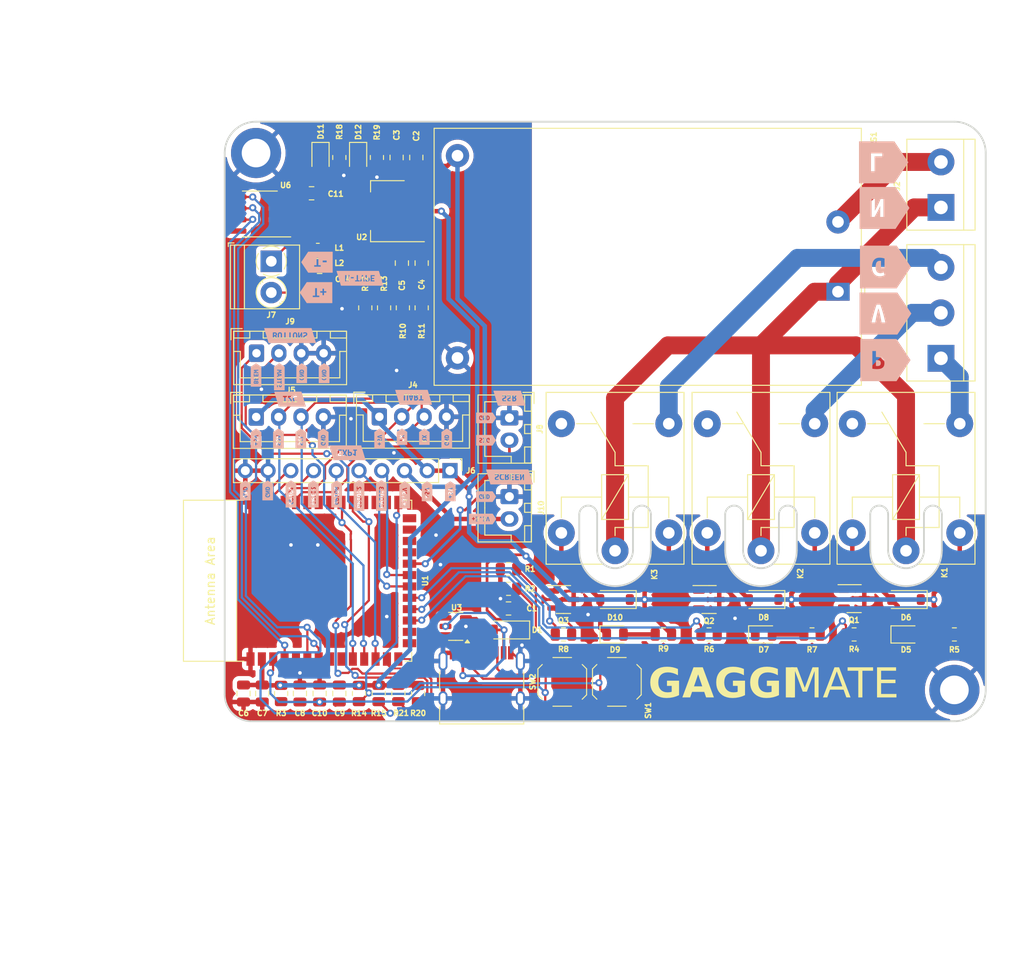
<source format=kicad_pcb>
(kicad_pcb (version 20240108) (generator "pcbnew") (generator_version "8.0")
  (layers (0 "F.Cu" signal) (31 "B.Cu" signal) (34 "B.Paste" user) (35 "F.Paste" user) (36 "B.SilkS" user "B.Silkscreen") (37 "F.SilkS" user "F.Silkscreen") (38 "B.Mask" user) (39 "F.Mask" user) (44 "Edge.Cuts" user))
  (net 0 "")
  (net 1 "+5V")
  (net 2 "Net-(D1-A)")
  (net 3 "GND")
  (net 4 "Net-(J1-CC1)")
  (net 5 "/USB_DP")
  (net 7 "Net-(J1-CC2)")
  (net 9 "LINE")
  (net 10 "NEUT")
  (net 11 "/LINE_PUMP")
  (net 12 "/LINE_VALVE")
  (net 13 "/LINE_GRINDER")
  (net 15 "+3.3V")
  (net 16 "/CHIP_PU")
  (net 17 "/SPI_MISO")
  (net 18 "/SPI_MOSI")
  (net 19 "/SPI_CLK")
  (net 20 "/MAX_CS")
  (net 21 "/SCL")
  (net 22 "/SDA")
  (net 23 "/RELAY_PUMP")
  (net 26 "/RELAY_VALVE")
  (net 27 "/RELAY_GRINDER")
  (net 28 "/GPIO12")
  (net 29 "/GPIO13")
  (net 30 "/SSR")
  (net 31 "/GPIO41")
  (net 32 "/GPIO42")
  (net 33 "/GPIO47")
  (net 35 "/BOOT")
  (net 39 "/GPIO48")
  (net 40 "/GPIO21")
  (net 41 "/GPIO40")
  (net 42 "/UART_RX0")
  (net 43 "/UART_TX0")
  (net 44 "/GPIO2")
  (net 45 "/GPIO1")
  (net 46 "Net-(D5-A)")
  (net 47 "Net-(D7-A)")
  (net 48 "Net-(D9-A)")
  (net 49 "Net-(D5-K)")
  (net 50 "Net-(D10-A)")
  (net 51 "Net-(Q1-B)")
  (net 52 "Net-(Q2-B)")
  (net 53 "Net-(Q3-B)")
  (net 56 "/USB_DN")
  (net 57 "/GPIO8")
  (net 58 "Net-(J7-Pin_1)")
  (net 59 "Net-(J7-Pin_2)")
  (net 60 "Net-(U6-T+)")
  (net 61 "Net-(U6-T-)")
  (net 62 "Net-(D11-K)")
  (net 63 "Net-(D12-K)")
  (net 64 "Net-(D7-K)")
  (net 65 "/BTN_BREW")
  (net 66 "/BTN_STEAM")
  (net 67 "/GPIO16")
  (net 68 "/GPIO15")
  (net 69 "/USB_UF_DP")
  (net 70 "/USB_UF_DN")
  (footprint "Button_Switch_SMD:SW_SPST_SKQG_WithStem" (layer "F.Cu") (at 205.5 88.7 -90)
    (property "Reference" "SW1")
    (property "Value" "SW_Push" (hide yes))
  )
  (footprint "Connector_JST:JST_XH_B2B-XH-A_1x02_P2.50mm_Vertical" (layer "F.Cu") (at 193.5 68 -90)
    (property "Reference" "J10")
    (property "Value" "Conn_01x02" (hide yes))
  )
  (footprint "Capacitor_SMD:C_0805_2012Metric" (layer "F.Cu") (at 180.9 30.1 90)
    (property "Reference" "C3")
    (property "Value" "0.1uF" (hide yes))
  )
  (footprint "PCM_Espressif:ESP32-S3-WROOM-1" (layer "F.Cu") (at 172.84 77.4 90)
    (property "Reference" "U1")
    (property "Value" "ESP32-S3-WROOM-1" (hide yes))
  )
  (footprint "Relay_THT:Relay_SPDT_Finder_36.11" (layer "F.Cu") (at 237.8 74.05 90)
    (property "Reference" "K1")
    (property "Value" "Relay_SPDT" (hide yes))
  )
  (footprint "Button_Switch_SMD:SW_SPST_SKQG_WithStem" (layer "F.Cu") (at 199.4 88.7 -90)
    (property "Reference" "SW2")
    (property "Value" "SW_Push" (hide yes))
  )
  (footprint "Resistor_SMD:R_0805_2012Metric" (layer "F.Cu") (at 181.6 46.9 -90)
    (property "Reference" "R10")
    (property "Value" "10K" (hide yes))
  )
  (footprint "Resistor_SMD:R_0805_2012Metric" (layer "F.Cu") (at 177.4 46.9 -90)
    (property "Reference" "R12")
    (property "Value" "10K" (hide yes))
  )
  (footprint "LED_SMD:LED_0805_2012Metric" (layer "F.Cu") (at 176.6 30.1 -90)
    (property "Reference" "D12")
    (property "Value" "LED" (hide yes))
  )
  (footprint "LED_SMD:LED_0805_2012Metric" (layer "F.Cu") (at 237.8 83.4)
    (property "Reference" "D5")
    (property "Value" "LED" (hide yes))
  )
  (footprint "Capacitor_SMD:C_0805_2012Metric" (layer "F.Cu") (at 171.4 34.1)
    (property "Reference" "C11")
    (property "Value" "1uF" (hide yes))
  )
  (footprint "Connector_JST:JST_XH_B4B-XH-A_1x04_P2.50mm_Vertical" (layer "F.Cu") (at 165.25 51.975)
    (property "Reference" "J9")
    (property "Value" "Conn_01x04" (hide yes))
  )
  (footprint "Package_TO_SOT_SMD:SOT-23-6" (layer "F.Cu") (at 187.5 82.5 180)
    (property "Reference" "U3")
    (property "Value" "USBLC6-2SC6" (hide yes))
  )
  (footprint "TerminalBlock:TerminalBlock_bornier-3_P5.08mm" (layer "F.Cu") (at 241.7 52.54 90)
    (property "Reference" "J3")
    (property "Value" "Conn_01x03" (hide yes))
  )
  (footprint "Relay_THT:Relay_SPDT_Finder_36.11" (layer "F.Cu") (at 205.3 74.05 90)
    (property "Reference" "K3")
    (property "Value" "Relay_SPDT" (hide yes))
  )
  (footprint "Resistor_SMD:R_0805_2012Metric" (layer "F.Cu") (at 210.7 83.4)
    (property "Reference" "R9")
    (property "Value" "150R" (hide yes))
  )
  (footprint "Package_TO_SOT_SMD:SOT-23-3" (layer "F.Cu") (at 215.8 79.5)
    (property "Reference" "Q2")
    (property "Value" "MMBT2222" (hide yes))
  )
  (footprint "MountingHole:MountingHole_3.2mm_M3_DIN965_Pad_TopBottom" (layer "F.Cu") (at 165.2 29.6)
    (property "Reference" "H1" (hide yes))
    (property "Value" "MountingHole_Pad" (hide yes))
  )
  (footprint "Diode_SMD:D_SOD-123" (layer "F.Cu") (at 193.4 82.9 180)
    (property "Reference" "D1")
    (property "Value" "1N5819" (hide yes))
  )
  (footprint "Capacitor_SMD:C_0805_2012Metric" (layer "F.Cu") (at 174.5 90 90)
    (property "Reference" "C9")
    (property "Value" "0.1uF" (hide yes))
  )
  (footprint "Resistor_SMD:R_0805_2012Metric" (layer "F.Cu") (at 178.7 30.1 -90)
    (property "Reference" "R19")
    (property "Value" "150R" (hide yes))
  )
  (footprint "Resistor_SMD:R_0805_2012Metric" (layer "F.Cu") (at 227.3 83.4)
    (property "Reference" "R7")
    (property "Value" "150R" (hide yes))
  )
  (footprint "Resistor_SMD:R_0805_2012Metric" (layer "F.Cu") (at 232 83.4 180)
    (property "Reference" "R4")
    (property "Value" "1K" (hide yes))
  )
  (footprint "Resistor_SMD:R_0805_2012Metric" (layer "F.Cu") (at 199.5375 83.4 180)
    (property "Reference" "R8")
    (property "Value" "1K" (hide yes))
  )
  (footprint "Resistor_SMD:R_0805_2012Metric" (layer "F.Cu") (at 178.9 90 -90)
    (property "Reference" "R15")
    (property "Value" "10K" (hide yes))
  )
  (footprint "TerminalBlock_Phoenix:TerminalBlock_Phoenix_PT-1,5-2-3.5-H_1x02_P3.50mm_Horizontal" (layer "F.Cu") (at 166.9 41.7 -90)
    (property "Reference" "J7")
    (property "Value" "Conn_01x02" (hide yes))
  )
  (footprint "Diode_SMD:D_SOD-123" (layer "F.Cu") (at 221.9 79.5 180)
    (property "Reference" "D8")
    (property "Value" "1N4148W" (hide yes))
  )
  (footprint "Package_SO:SOIC-8_3.9x4.9mm_P1.27mm" (layer "F.Cu") (at 165.625 36.413299 180)
    (property "Reference" "U6")
    (property "Value" "MAX31855EASA" (hide yes))
  )
  (footprint "Connector_JST:JST_XH_B4B-XH-A_1x04_P2.50mm_Vertical" (layer "F.Cu") (at 178.97 59.075)
    (property "Reference" "J4")
    (property "Value" "Conn_01x04" (hide yes))
  )
  (footprint "Resistor_SMD:R_0805_2012Metric" (layer "F.Cu") (at 176.7 90 -90)
    (property "Reference" "R14")
    (property "Value" "10K" (hide yes))
  )
  (footprint "LED_SMD:LED_0805_2012Metric" (layer "F.Cu") (at 172.4 30.1 -90)
    (property "Reference" "D11")
    (property "Value" "LED" (hide yes))
  )
  (footprint "Capacitor_SMD:C_0805_2012Metric" (layer "F.Cu") (at 172.3 90 90)
    (property "Reference" "C10")
    (property "Value" "0.1uF" (hide yes))
  )
  (footprint "MountingHole:MountingHole_3.2mm_M3_DIN965_Pad_TopBottom" (layer "F.Cu") (at 243.2 89.6)
    (property "Reference" "H1" (hide yes))
    (property "Value" "MountingHole_Pad" (hide yes))
  )
  (footprint "Resistor_SMD:R_0805_2012Metric" (layer "F.Cu") (at 215.8 83.4 180)
    (property "Reference" "R6")
    (property "Value" "1K" (hide yes))
  )
  (footprint "Capacitor_SMD:C_0805_2012Metric" (layer "F.Cu") (at 193.4 80.5 180)
    (property "Reference" "C1")
    (property "Value" "10uF" (hide yes))
  )
  (footprint "Diode_SMD:D_SOD-123" (layer "F.Cu") (at 205.3 79.5 180)
    (property "Reference" "D10")
    (property "Value" "1N4148W" (hide yes))
  )
  (footprint "Connector_USB:USB_C_Receptacle_HRO_TYPE-C-31-M-12" (layer "F.Cu") (at 190.4 89.5)
    (property "Reference" "J1" (hide yes))
    (property "Value" "USB_C_Receptacle" (hide yes))
  )
  (footprint "Capacitor_SMD:C_0805_2012Metric" (layer "F.Cu") (at 163.8 90 -90)
    (property "Reference" "C6")
    (property "Value" "10uF" (hide yes))
  )
  (footprint "Resistor_SMD:R_0805_2012Metric" (layer "F.Cu") (at 179.5 46.9 -90)
    (property "Reference" "R13")
    (property "Value" "10K" (hide yes))
  )
  (footprint "Converter_ACDC:Converter_ACDC_HiLink_HLK-10Mxx" (layer "F.Cu") (at 230.2 45.1 180)
    (property "Reference" "PS1")
    (property "Value" "HLK-10M05" (hide yes))
  )
  (footprint "Package_TO_SOT_SMD:SOT-23-3" (layer "F.Cu") (at 232 79.4)
    (property "Reference" "Q1")
    (property "Value" "MMBT2222" (hide yes))
  )
  (footprint "Capacitor_SMD:C_0805_2012Metric" (layer "F.Cu") (at 183.7 41.9 -90)
    (property "Reference" "C4")
    (property "Value" "10uF" (hide yes))
  )
  (footprint "Resistor_SMD:R_0805_2012Metric" (layer "F.Cu") (at 193.4 76.1)
    (property "Reference" "R1")
    (property "Value" "5.1K" (hide yes))
  )
  (footprint "Inductor_SMD:L_0603_1608Metric" (layer "F.Cu") (at 172.1 41.9)
    (property "Reference" "L2")
    (property "Value" "470R" (hide yes))
  )
  (footprint "Resistor_SMD:R_0805_2012Metric" (layer "F.Cu") (at 183.7 46.9 -90)
    (property "Reference" "R11")
    (property "Value" "10K" (hide yes))
  )
  (footprint "Package_TO_SOT_SMD:SOT-23-3" (layer "F.Cu") (at 199.5375 79.5)
    (property "Reference" "Q3")
    (property "Value" "MMBT2222" (hide yes))
  )
  (footprint "Connector_JST:JST_XH_B2B-XH-A_1x02_P2.50mm_Vertical" (layer "F.Cu") (at 193.5 59.2 -90)
    (property "Reference" "J8")
    (property "Value" "Conn_01x02" (hide yes))
  )
  (footprint "Resistor_SMD:R_0805_2012Metric" (layer "F.Cu") (at 181.1 90 -90)
    (property "Reference" "R21")
    (property "Value" "10K" (hide yes))
  )
  (footprint "Resistor_SMD:R_0805_2012Metric" (layer "F.Cu") (at 183.3 90.0125 -90)
    (property "Reference" "R20")
    (property "Value" "10K" (hide yes))
  )
  (footprint "Resistor_SMD:R_0805_2012Metric" (layer "F.Cu") (at 193.4 78.3)
    (property "Reference" "R2")
    (property "Value" "5.1K" (hide yes))
  )
  (footprint "Connector_PinHeader_2.54mm:PinHeader_1x10_P2.54mm_Vertical" (layer "F.Cu") (at 186.86 65.1 -90)
    (property "Reference" "J6")
    (property "Value" "Conn_01x10" (hide yes))
  )
  (footprint "Capacitor_SMD:C_0805_2012Metric" (layer "F.Cu") (at 183.1 30.1 90)
    (property "Reference" "C2")
    (property "Value" "10uF" (hide yes))
  )
  (footprint "Capacitor_SMD:C_0805_2012Metric" (layer "F.Cu") (at 170.1 90 90)
    (property "Reference" "C8")
    (property "Value" "1uF" (hide yes))
  )
  (footprint "LED_SMD:LED_0805_2012Metric" (layer "F.Cu") (at 221.9 83.4)
    (property "Reference" "D7")
    (property "Value" "LED" (hide yes))
  )
  (footprint "TerminalBlock:TerminalBlock_bornier-2_P5.08mm" (layer "F.Cu") (at 241.7 35.68 90)
    (property "Reference" "J2")
    (property "Value" "Conn_01x02" (hide yes))
  )
  (footprint "Capacitor_SMD:C_0805_2012Metric" (layer "F.Cu") (at 181.49 41.9 -90)
    (property "Reference" "C5")
    (property "Value" "0.1uF" (hide yes))
  )
  (footprint "Connector_JST:JST_XH_B4B-XH-A_1x04_P2.50mm_Vertical" (layer "F.Cu") (at 165.22 59.1)
    (property "Reference" "J5")
    (property "Value" "Conn_01x04" (hide yes))
  )
  (footprint "Capacitor_SMD:C_0805_2012Metric" (layer "F.Cu") (at 165.89 90 -90)
    (property "Reference" "C7")
    (property "Value" "0.1uF" (hide yes))
  )
  (footprint "Package_TO_SOT_SMD:SOT-223-3_TabPin2" (layer "F.Cu") (at 179.9 36.1 180)
    (property "Reference" "U2")
    (property "Value" "AMS1117-3.3" (hide yes))
  )
  (footprint "Resistor_SMD:R_0805_2012Metric" (layer "F.Cu") (at 243.2 83.4)
    (property "Reference" "R5")
    (property "Value" "150R" (hide yes))
  )
  (footprint "Relay_THT:Relay_SPDT_Finder_36.11" (layer "F.Cu") (at 221.6 74.05 90)
    (property "Reference" "K2")
    (property "Value" "Relay_SPDT" (hide yes))
  )
  (footprint "LED_SMD:LED_0805_2012Metric" (layer "F.Cu") (at 205.3 83.4)
    (property "Reference" "D9")
    (property "Value" "LED" (hide yes))
  )
  (footprint "Resistor_SMD:R_0805_2012Metric" (layer "F.Cu") (at 168 90 -90)
    (property "Reference" "R3")
    (property "Value" "10K" (hide yes))
  )
  (footprint "Diode_SMD:D_SOD-123" (layer "F.Cu") (at 237.8 79.5 180)
    (property "Reference" "D6")
    (property "Value" "1N4148W" (hide yes))
  )
  (footprint "Inductor_SMD:L_0603_1608Metric" (layer "F.Cu") (at 172.1 40.2)
    (property "Reference" "L1")
    (property "Value" "470R" (hide yes))
  )
  (footprint "Resistor_SMD:R_0805_2012Metric" (layer "F.Cu") (at 174.5 30.1 -90)
    (property "Reference" "R18")
    (property "Value" "68R" (hide yes))
  )
  (footprint "Capacitor_SMD:C_0805_2012Metric" (layer "F.Cu") (at 172.3 43.8)
    (property "Reference" "C14")
    (property "Value" "10nF" (hide yes))
  )
  (footprint "kibuzzard-6732266F" (layer "B.Cu") (at 169.1 67.7 90)
    (property "Reference" "kibuzzard-6732266F" (hide yes))
    (property "Value" "G***" (hide yes))
  )
  (footprint "kibuzzard-67322650" (layer "B.Cu") (at 186.9 67.4 90)
    (property "Reference" "kibuzzard-67322650" (hide yes))
    (property "Value" "G***" (hide yes))
  )
  (footprint "kibuzzard-67322749" (layer "B.Cu") (at 193.5 65.8)
    (property "Reference" "kibuzzard-67322749" (hide yes))
    (property "Value" "G***" (hide yes))
  )
  (footprint "kibuzzard-67322796" (layer "B.Cu") (at 235.5 42.34)
    (property "Reference" "kibuzzard-67322796" (hide yes))
    (property "Value" "G***" (hide yes))
  )
  (footprint "kibuzzard-67322681" (layer "B.Cu") (at 171.6 67.7 90)
    (property "Reference" "kibuzzard-67322681" (hide yes))
    (property "Value" "G***" (hide yes))
  )
  (footprint "kibuzzard-6732279D" (layer "B.Cu") (at 235.5 52.74)
    (property "Reference" "kibuzzard-6732279D" (hide yes))
    (property "Value" "G***" (hide yes))
  )
  (footprint "kibuzzard-67322755" (layer "B.Cu") (at 169 57.1)
    (property "Reference" "kibuzzard-67322755" (hide yes))
    (property "Value" "G***" (hide yes))
  )
  (footprint "kibuzzard-673226D2" (layer "B.Cu") (at 190.9 61.7)
    (property "Reference" "kibuzzard-673226D2" (hide yes))
    (property "Value" "G***" (hide yes))
  )
  (footprint "kibuzzard-67322649" (layer "B.Cu") (at 166.5 67.3 90)
    (property "Reference" "kibuzzard-67322649" (hide yes))
    (property "Value" "G***" (hide yes))
  )
  (footprint "kibuzzard-6732270D" (layer "B.Cu") (at 181.5 61.3 90)
    (property "Reference" "kibuzzard-6732270D" (hide yes))
    (property "Value" "G***" (hide yes))
  )
  (footprint "kibuzzard-67322649" (layer "B.Cu") (at 172.8 54.2 90)
    (property "Reference" "kibuzzard-67322649" (hide yes))
    (property "Value" "G***" (hide yes))
  )
  (footprint "kibuzzard-673226BE" (layer "B.Cu") (at 167.8 54.6 90)
    (property "Reference" "kibuzzard-673226BE" (hide yes))
    (property "Value" "G***" (hide yes))
  )
  (footprint "kibuzzard-67322833" (layer "B.Cu") (at 193.5 57)
    (property "Reference" "kibuzzard-67322833" (hide yes))
    (property "Value" "G***" (hide yes))
  )
  (footprint "kibuzzard-67322650" (layer "B.Cu") (at 165.2 61.5 90)
    (property "Reference" "kibuzzard-67322650" (hide yes))
    (property "Value" "G***" (hide yes))
  )
  (footprint "kibuzzard-67322650" (layer "B.Cu") (at 184.3 67.4 90)
    (property "Reference" "kibuzzard-67322650" (hide yes))
    (property "Value" "G***" (hide yes))
  )
  (footprint "kibuzzard-6732277B" (layer "B.Cu") (at 175.4 63.1)
    (property "Reference" "kibuzzard-6732277B" (hide yes))
    (property "Value" "G***" (hide yes))
  )
  (footprint "kibuzzard-67322649" (layer "B.Cu") (at 164 67.3 90)
    (property "Reference" "kibuzzard-67322649" (hide yes))
    (property "Value" "G***" (hide yes))
  )
  (footprint "kibuzzard-67322783" (layer "B.Cu") (at 176.8 43.6)
    (property "Reference" "kibuzzard-67322783" (hide yes))
    (property "Value" "G***" (hide yes))
  )
  (footprint "kibuzzard-67322575" (layer "B.Cu") (at 172 41.8)
    (property "Reference" "kibuzzard-67322575" (hide yes))
    (property "Value" "G***" (hide yes))
  )
  (footprint "kibuzzard-673226A8" (layer "B.Cu") (at 179.2 67.870338 90)
    (property "Reference" "kibuzzard-673226A8" (hide yes))
    (property "Value" "G***" (hide yes))
  )
  (footprint "kibuzzard-67322649" (layer "B.Cu") (at 190.9 59.2)
    (property "Reference" "kibuzzard-67322649" (hide yes))
    (property "Value" "G***" (hide yes))
  )
  (footprint "kibuzzard-67322686" (layer "B.Cu") (at 174.2 67.7 90)
    (property "Reference" "kibuzzard-67322686" (hide yes))
    (property "Value" "G***" (hide yes))
  )
  (footprint "kibuzzard-673227A8" (layer "B.Cu") (at 235.3 30.64)
    (property "Reference" "kibuzzard-673227A8" (hide yes))
    (property "Value" "G***" (hide yes))
  )
  (footprint "kibuzzard-67322649" (layer "B.Cu") (at 186.5 61.5 90)
    (property "Reference" "kibuzzard-67322649" (hide yes))
    (property "Value" "G***" (hide yes))
  )
  (footprint "kibuzzard-673226A0" (layer "B.Cu") (at 176.7 67.870338 90)
    (property "Reference" "kibuzzard-673226A0" (hide yes))
    (property "Value" "G***" (hide yes))
  )
  (footprint "kibuzzard-67322714" (layer "B.Cu") (at 184 61.3 90)
    (property "Reference" "kibuzzard-67322714" (hide yes))
    (property "Value" "G***" (hide yes))
  )
  (footprint "kibuzzard-67322649" (layer "B.Cu") (at 190.9 68)
    (property "Reference" "kibuzzard-67322649" (hide yes))
    (property "Value" "G***" (hide yes))
  )
  (footprint "kibuzzard-67322768" (layer "B.Cu") (at 169 50)
    (property "Reference" "kibuzzard-67322768" (hide yes))
    (property "Value" "G***" (hide yes))
  )
  (footprint "kibuzzard-6732257B" (layer "B.Cu") (at 171.9 45.2)
    (property "Reference" "kibuzzard-6732257B" (hide yes))
    (property "Value" "G***" (hide yes))
  )
  (footprint "kibuzzard-673226B7" (layer "B.Cu") (at 165.2 54.4 90)
    (property "Reference" "kibuzzard-673226B7" (hide yes))
    (property "Value" "G***" (hide yes))
  )
  (footprint "kibuzzard-673226AF" (layer "B.Cu") (at 190.5 70.5)
    (property "Reference" "kibuzzard-673226AF" (hide yes))
    (property "Value" "G***" (hide yes))
  )
  (footprint "kibuzzard-673226AF" (layer "B.Cu") (at 181.8 67.8 90)
    (property "Reference" "kibuzzard-673226AF" (hide yes))
    (property "Value" "G***" (hide yes))
  )
  (footprint "kibuzzard-6732261A" (layer "B.Cu") (at 170.2 61.5 90)
    (property "Reference" "kibuzzard-6732261A" (hide yes))
    (property "Value" "G***" (hide yes))
  )
  (footprint "kibuzzard-6732274F" (layer "B.Cu") (at 182.8 56.9)
    (property "Reference" "kibuzzard-6732274F" (hide yes))
    (property "Value" "G***" (hide yes))
  )
  (footprint "kibuzzard-67322655" (layer "B.Cu") (at 167.7 61.5 90)
    (property "Reference" "kibuzzard-67322655" (hide yes))
    (property "Value" "G***" (hide yes))
  )
  (footprint "kibuzzard-673227A2" (layer "B.Cu") (at 235.4 35.74)
    (property "Reference" "kibuzzard-673227A2" (hide yes))
    (property "Value" "G***" (hide yes))
  )
  (footprint "kibuzzard-67322649" (layer "B.Cu") (at 172.7 61.5 90)
    (property "Reference" "kibuzzard-67322649" (hide yes))
    (property "Value" "G***" (hide yes))
  )
  (footprint "kibuzzard-67322650" (layer "B.Cu") (at 179 61.5 90)
    (property "Reference" "kibuzzard-67322650" (hide yes))
    (property "Value" "G***" (hide yes))
  )
  (footprint "kibuzzard-6732278E" (layer "B.Cu") (at 235.5 47.54)
    (property "Reference" "kibuzzard-6732278E" (hide yes))
    (property "Value" "G***" (hide yes))
  )
  (footprint "kibuzzard-67322649" (layer "B.Cu") (at 170.3 54.2 90)
    (property "Reference" "kibuzzard-67322649" (hide yes))
    (property "Value" "G***" (hide yes))
  )
  (gr_arc (start 233.8 70) (mid 234.092893 69.292893) (end 234.8 69) (stroke (width 0.2)) (layer "Edge.Cuts"))
  (gr_arc (start 207.3 74) (mid 205.3 76) (end 203.3 74) (stroke (width 0.2)) (layer "Edge.Cuts"))
  (gr_line (start 217.6 70) (end 217.6 74) (stroke (width 0.2)) (layer "Edge.Cuts"))
  (gr_arc (start 246.7 89.6) (mid 245.674874 92.074873) (end 243.2 93.1) (stroke (width 0.2)) (layer "Edge.Cuts"))
  (gr_arc (start 240.8 69) (mid 241.507107 69.292893) (end 241.8 70) (stroke (width 0.2)) (layer "Edge.Cuts"))
  (gr_arc (start 207.3 70) (mid 207.592893 69.292893) (end 208.3 69) (stroke (width 0.2)) (layer "Edge.Cuts"))
  (gr_line (start 161.7 29.6) (end 161.7 90.1) (stroke (width 0.2)) (layer "Edge.Cuts"))
  (gr_line (start 219.6 74) (end 219.6 70) (stroke (width 0.2)) (layer "Edge.Cuts"))
  (gr_arc (start 164.7 93.1) (mid 162.578679 92.221321) (end 161.7 90.1) (stroke (width 0.2)) (layer "Edge.Cuts"))
  (gr_arc (start 202.3 69) (mid 203.007107 69.292893) (end 203.3 70) (stroke (width 0.2)) (layer "Edge.Cuts"))
  (gr_arc (start 239.8 74) (mid 237.8 76) (end 235.8 74) (stroke (width 0.2)) (layer "Edge.Cuts"))
  (gr_arc (start 201.3 70) (mid 201.592893 69.292893) (end 202.3 69) (stroke (width 0.2)) (layer "Edge.Cuts"))
  (gr_arc (start 225.6 74) (mid 224.428427 76.828427) (end 221.6 78) (stroke (width 0.2)) (layer "Edge.Cuts"))
  (gr_line (start 201.3 70) (end 201.3 74) (stroke (width 0.2)) (layer "Edge.Cuts"))
  (gr_line (start 207.3 74) (end 207.3 70) (stroke (width 0.2)) (layer "Edge.Cuts"))
  (gr_line (start 209.3 74) (end 209.3 70) (stroke (width 0.2)) (layer "Edge.Cuts"))
  (gr_arc (start 205.3 78) (mid 202.471573 76.828427) (end 201.3 74) (stroke (width 0.2)) (layer "Edge.Cuts"))
  (gr_arc (start 221.6 78) (mid 218.771573 76.828427) (end 217.6 74) (stroke (width 0.2)) (layer "Edge.Cuts"))
  (gr_line (start 235.8 74) (end 235.8 70) (stroke (width 0.2)) (layer "Edge.Cuts"))
  (gr_arc (start 241.8 74) (mid 240.628427 76.828427) (end 237.8 78) (stroke (width 0.2)) (layer "Edge.Cuts"))
  (gr_arc (start 237.8 78) (mid 234.971573 76.828427) (end 233.8 74) (stroke (width 0.2)) (layer "Edge.Cuts"))
  (gr_line (start 246.7 89.6) (end 246.7 29.6) (stroke (width 0.2)) (layer "Edge.Cuts"))
  (gr_arc (start 209.3 74) (mid 208.128427 76.828427) (end 205.3 78) (stroke (width 0.2)) (layer "Edge.Cuts"))
  (gr_line (start 239.8 74) (end 239.8 70) (stroke (width 0.2)) (layer "Edge.Cuts"))
  (gr_arc (start 239.8 70) (mid 240.092893 69.292893) (end 240.8 69) (stroke (width 0.2)) (layer "Edge.Cuts"))
  (gr_line (start 164.7 93.1) (end 243.2 93.1) (stroke (width 0.2)) (layer "Edge.Cuts"))
  (gr_arc (start 243.2 26.1) (mid 245.674873 27.125126) (end 246.7 29.6) (stroke (width 0.2)) (layer "Edge.Cuts"))
  (gr_arc (start 208.3 69) (mid 209.007107 69.292893) (end 209.3 70) (stroke (width 0.2)) (layer "Edge.Cuts"))
  (gr_line (start 203.3 74) (end 203.3 70) (stroke (width 0.2)) (layer "Edge.Cuts"))
  (gr_arc (start 234.8 69) (mid 235.507107 69.292893) (end 235.8 70) (stroke (width 0.2)) (layer "Edge.Cuts"))
  (gr_arc (start 218.6 69) (mid 219.307107 69.292893) (end 219.6 70) (stroke (width 0.2)) (layer "Edge.Cuts"))
  (gr_arc (start 223.6 74) (mid 221.6 76) (end 219.6 74) (stroke (width 0.2)) (layer "Edge.Cuts"))
  (gr_line (start 241.8 74) (end 241.8 70) (stroke (width 0.2)) (layer "Edge.Cuts"))
  (gr_arc (start 223.6 70) (mid 223.892893 69.292893) (end 224.6 69) (stroke (width 0.2)) (layer "Edge.Cuts"))
  (gr_line (start 223.6 74) (end 223.6 70) (stroke (width 0.2)) (layer "Edge.Cuts"))
  (gr_line (start 225.6 74) (end 225.6 70) (stroke (width 0.2)) (layer "Edge.Cuts"))
  (gr_arc (start 217.6 70) (mid 217.892893 69.292893) (end 218.6 69) (stroke (width 0.2)) (layer "Edge.Cuts"))
  (gr_arc (start 224.6 69) (mid 225.307107 69.292893) (end 225.6 70) (stroke (width 0.2)) (layer "Edge.Cuts"))
  (gr_arc (start 161.7 29.6) (mid 162.725126 27.125127) (end 165.2 26.1) (stroke (width 0.2)) (layer "Edge.Cuts"))
  (gr_line (start 243.2 26.1) (end 165.2 26.1) (stroke (width 0.2)) (layer "Edge.Cuts"))
  (gr_line (start 233.8 70) (end 233.8 74) (stroke (width 0.2)) (layer "Edge.Cuts"))
  (gr_text "MATE" (at 224.5 91 0) (layer "F.SilkS") (effects (font (size 3.3 3.3) (thickness 0.1875)) (justify left bottom)))
  (gr_text "GAGGI" (at 209 91 0) (layer "F.SilkS") (effects (font (size 3.3 3.3) (thickness 0.75) (bold yes)) (justify left bottom)))
  (segment (start 192 81.7) (end 191 80.7) (width 0.3) (layer "F.Cu") (net 1))
  (segment (start 193.85 81.7) (end 192 81.7) (width 0.3) (layer "F.Cu") (net 1))
  (segment (start 177.3 33.4) (end 180.5 33.4) (width 0.5) (layer "F.Cu") (net 1))
  (segment (start 206.95 79.5) (end 208.6 79.5) (width 0.5) (layer "F.Cu") (net 1))
  (segment (start 211.3 75.9125) (end 211.3 72.05) (width 0.5) (layer "F.Cu") (net 1))
  (segment (start 189 68) (end 189 67.24) (width 0.5) (layer "F.Cu") (net 1))
  (segment (start 195.05 82.9) (end 195.05 81.2) (width 0.3) (layer "F.Cu") (net 1))
  (segment (start 180.5 33.4) (end 180.9 33) (width 0.5) (layer "F.Cu") (net 1))
  (segment (start 223.55 79.5) (end 225 79.5) (width 0.5) (layer "F.Cu") (net 1))
  (segment (start 225 79.5) (end 225 80.1875) (width 0.5) (layer "F.Cu") (net 1))
  (segment (start 192 74.5) (end 195 74.5) (width 0.3) (layer "F.Cu") (net 1))
  (segment (start 176.6 31.0375) (end 176.6 32.7) (width 0.5) (layer "F.Cu") (net 1))
  (segment (start 191 75.5) (end 192 74.5) (width 0.3) (layer "F.Cu") (net 1))
  (segment (start 208.6 79.5) (end 208.6 78.6125) (width 0.5) (layer "F.Cu") (net 1))
  (segment (start 183.1 31.05) (end 186.55 31.05) (width 0.5) (layer "F.Cu") (net 1))
  (segment (start 240.9 78.8125) (end 243.8 75.9125) (width 0.5) (layer "F.Cu") (net 1))
  (segment (start 225 79.5) (end 225 78.8125) (width 0.5) (layer "F.Cu") (net 1))
  (segment (start 195.05 82.9) (end 193.85 81.7) (width 0.3) (layer "F.Cu") (net 1))
  (segment (start 180.9 31.05) (end 183.1 31.05) (width 0.5) (layer "F.Cu") (net 1))
  (segment (start 189 67.24) (end 186.86 65.1) (width 0.5) (layer "F.Cu") (net 1))
  (segment (start 183.05 33.8) (end 183.05 31.1) (width 0.5) (layer "F.Cu") (net 1))
  (segment (start 243.8 75.9125) (end 243.8 72.05) (width 0.5) (layer "F.Cu") (net 1))
  (segment (start 240.9 79.5) (end 240.9 80.1875) (width 0.5) (layer "F.Cu") (net 1))
  (segment (start 176.6 32.7) (end 177.3 33.4) (width 0.5) (layer "F.Cu") (net 1))
  (segment (start 183.05 31.1) (end 183.1 31.05) (width 0.5) (layer "F.Cu") (net 1))
  (segment (start 240.9 79.5) (end 240.9 78.8125) (width 0.5) (layer "F.Cu") (net 1))
  (segment (start 227.6 76.2125) (end 227.6 72.05) (width 0.5) (layer "F.Cu") (net 1))
  (segment (start 239.45 79.5) (end 240.9 79.5) (width 0.5) (layer "F.Cu") (net 1))
  (segment (start 195.05 81.2) (end 194.35 80.5) (width 0.3) (layer "F.Cu") (net 1))
  (segment (start 191 80.7) (end 191 75.5) (width 0.3) (layer "F.Cu") (net 1))
  (segment (start 225 80.1875) (end 228.2125 83.4) (width 0.5) (layer "F.Cu") (net 1))
  (segment (start 208.6 80.3875) (end 211.6125 83.4) (width 0.5) (layer "F.Cu") (net 1))
  (segment (start 225 78.8125) (end 227.6 76.2125) (width 0.5) (layer "F.Cu") (net 1))
  (segment (start 240.9 80.1875) (end 244.1125 83.4) (width 0.5) (layer "F.Cu") (net 1))
  (segment (start 208.6 78.6125) (end 211.3 75.9125) (width 0.5) (layer "F.Cu") (net 1))
  (segment (start 208.6 79.5) (end 208.6 80.3875) (width 0.5) (layer "F.Cu") (net 1))
  (segment (start 180.9 33) (end 180.9 31.05) (width 0.5) (layer "F.Cu") (net 1))
  (segment (start 186.55 31.05) (end 187.7 29.9) (width 0.5) (layer "F.Cu") (net 1))
  (segment (start 184.32 65.1) (end 186.86 65.1) (width 0.5) (layer "F.Cu") (net 1))
  (via (at 225 79.5) (size 0.8) (drill 0.4) (layers "F.Cu" "B.Cu") (net 1))
  (via (at 208.6 79.5) (size 0.8) (drill 0.4) (layers "F.Cu" "B.Cu") (net 1))
  (via (at 195.35 74.65) (size 0.8) (drill 0.4) (layers "F.Cu" "B.Cu") (net 1))
  (via (at 240.9 79.5) (size 0.8) (drill 0.4) (layers "F.Cu" "B.Cu") (net 1))
  (via (at 189 68) (size 0.8) (drill 0.4) (layers "F.Cu" "B.Cu") (net 1))
  (segment (start 178.97 59.75) (end 178.97 59.075) (width 0.5) (layer "B.Cu") (net 1))
  (segment (start 178.97 59.075) (end 177.095 57.2) (width 0.5) (layer "B.Cu") (net 1))
  (segment (start 189 68) (end 189 67.08995) (width 0.5) (layer "B.Cu") (net 1))
  (segment (start 167.12 57.2) (end 165.22 59.1) (width 0.5) (layer "B.Cu") (net 1))
  (segment (start 187.7 45.9) (end 187.7 29.9) (width 0.5) (layer "B.Cu") (net 1))
  (segment (start 200.2 79.5) (end 195.35 74.65) (width 0.5) (layer "B.Cu") (net 1))
  (segment (start 225 79.5) (end 208.6 79.5) (width 0.5) (layer "B.Cu") (net 1))
  (segment (start 195.35 74.65) (end 193.7 73) (width 0.5) (layer "B.Cu") (net 1))
  (segment (start 190.7495 65.1) (end 190.7495 48.9495) (width 0.5) (layer "B.Cu") (net 1))
  (segment (start 189 67.08995) (end 190.7495 65.34045) (width 0.5) (layer "B.Cu") (net 1))
  (segment (start 190 73) (end 189 72) (width 0.5) (layer "B.Cu") (net 1))
  (segment (start 184.32 65.1) (end 178.97 59.75) (width 0.5) (layer "B.Cu") (net 1))
  (segment (start 189 72) (end 189 68) (width 0.5) (layer "B.Cu") (net 1))
  (segment (start 190.7495 48.9495) (end 187.7 45.9) (width 0.5) (layer "B.Cu") (net 1))
  (segment (start 177.095 57.2) (end 167.12 57.2) (width 0.5) (layer "B.Cu") (net 1))
  (segment (start 208.6 79.5) (end 200.2 79.5) (width 0.5) (layer "B.Cu") (net 1))
  (segment (start 190.7495 65.34045) (end 190.7495 65.1) (width 0.5) (layer "B.Cu") (net 1))
  (segment (start 193.7 73) (end 190 73) (width 0.5) (layer "B.Cu") (net 1))
  (segment (start 225 79.5) (end 240.9 79.5) (width 0.5) (layer "B.Cu") (net 1))
  (segment (start 188.3 88) (end 188.3 86.474976) (width 0.3) (layer "F.Cu") (net 2))
  (segment (start 188.3 86.474976) (end 187.95 86.124976) (width 0.3) (layer "F.Cu") (net 2))
  (segment (start 191.75 82.9) (end 191.7 82.9) (width 0.5) (layer "F.Cu") (net 2))
  (segment (start 192.9 82.9) (end 192.85 82.95) (width 0.3) (layer "F.Cu") (net 2))
  (segment (start 187.95 86.124976) (end 187.95 85.455) (width 0.3) (layer "F.Cu") (net 2))
  (segment (start 191.75 82.9) (end 192.9 82.9) (width 0.3) (layer "F.Cu") (net 2))
  (segment (start 192.85 82.95) (end 192.85 85.455) (width 0.3) (layer "F.Cu") (net 2))
  (via (at 192.9 82.9) (size 0.8) (drill 0.4) (layers "F.Cu" "B.Cu") (net 2))
  (via (at 188.3 88) (size 0.8) (drill 0.4) (layers "F.Cu" "B.Cu") (net 2))
  (via (at 186.3625 82.5) (size 0.8) (drill 0.4) (layers "F.Cu" "B.Cu") (net 2))
  (segment (start 188.325 88.025) (end 188.3 88) (width 0.3) (layer "B.Cu") (net 2))
  (segment (start 192.9 86.060661) (end 190.935661 88.025) (width 0.3) (layer "B.Cu") (net 2))
  (segment (start 191 81) (end 192.9 82.9) (width 0.25) (layer "B.Cu") (net 2))
  (segment (start 190.935661 88.025) (end 188.325 88.025) (width 0.3) (layer "B.Cu") (net 2))
  (segment (start 186.3625 82.5) (end 187.8625 81) (width 0.25) (layer "B.Cu") (net 2))
  (segment (start 187.8625 81) (end 191 81) (width 0.25) (layer "B.Cu") (net 2))
  (segment (start 192.9 82.9) (end 192.9 86.060661) (width 0.3) (layer "B.Cu") (net 2))
  (segment (start 169.575 89.3375) (end 169.575 89.05) (width 0.25) (layer "F.Cu") (net 3))
  (segment (start 193.805 85.455) (end 194.72 86.37) (width 0.25) (layer "F.Cu") (net 3))
  (segment (start 193.65 85.455) (end 193.805 85.455) (width 0.25) (layer "F.Cu") (net 3))
  (via (at 174.8 47) (size 0.8) (drill 0.4) (layers "F.Cu" "B.Cu") (net 3))
  (via (at 179.8 81.4) (size 0.8) (drill 0.4) (layers "F.Cu" "B.Cu") (net 3))
  (via (at 165.8 56) (size 0.8) (drill 0.4) (layers "F.Cu" "B.Cu") (net 3))
  (via (at 180.9 53.9) (size 0.8) (drill 0.4) (layers "F.Cu" "B.Cu") (net 3))
  (via (at 175 32.1) (size 0.8) (drill 0.4) (layers "F.Cu" "B.Cu") (net 3))
  (via (at 192.5 79.4) (size 0.8) (drill 0.4) (layers "F.Cu" "B.Cu") (net 3))
  (via (at 175.8 59.3) (size 0.8) (drill 0.4) (layers "F.Cu" "B.Cu") (net 3))
  (via (at 170.1 87.7) (size 0.8) (drill 0.4) (layers "F.Cu" "B.Cu") (net 3))
  (via (at 169.1 73.4) (size 0.8) (drill 0.4) (layers "F.Cu" "B.Cu") (net 3))
  (via (at 185.8 75.6) (size 0.8) (drill 0.4) (layers "F.Cu" "B.Cu") (net 3))
  (via (at 185.3 72.3) (size 0.8) (drill 0.4) (layers "F.Cu" "B.Cu") (net 3))
  (via (at 188.6375 82.5) (size 0.8) (drill 0.4) (layers "F.Cu" "B.Cu") (net 3))
  (via (at 202.285192 81.181049) (size 0.8) (drill 0.4) (layers "F.Cu" "B.Cu") (net 3))
  (via (at 180.6 63.1) (size 0.8) (drill 0.4) (layers "F.Cu" "B.Cu") (net 3))
  (via (at 218.7 81.6) (size 0.8) (drill 0.4) (layers "F.Cu" "B.Cu") (net 3))
  (via (at 178.7 32.3) (size 0.8) (drill 0.4) (layers "F.Cu" "B.Cu") (net 3))
  (via (at 194.9 84.6) (size 0.8) (drill 0.4) (layers "F.Cu" "B.Cu") (net 3))
  (via (at 172.1 73.4) (size 0.8) (drill 0.4) (layers "F.Cu" "B.Cu") (net 3))
  (segment (start 190.55 88.35) (end 189.15 86.95) (width 0.25) (layer "F.Cu") (net 4))
  (segment (start 196.45 78.2375) (end 196.45 87.386396) (width 0.25) (layer "F.Cu") (net 4))
  (segment (start 189.15 86.95) (end 189.15 85.455) (width 0.25) (layer "F.Cu") (net 4))
  (segment (start 194.3125 76.1) (end 196.45 78.2375) (width 0.25) (layer "F.Cu") (net 4))
  (segment (start 195.486396 88.35) (end 190.55 88.35) (width 0.25) (layer "F.Cu") (net 4))
  (segment (start 196.45 87.386396) (end 195.486396 88.35) (width 0.25) (layer "F.Cu") (net 4))
  (segment (start 184.26 84.194314) (end 183.963512 84.194314) (width 0.2) (layer "F.Cu") (net 5))
  (segment (start 184.465473 84.468841) (end 184.5 84.434314) (width 0.2) (layer "F.Cu") (net 5))
  (segment (start 184.5 83) (end 185.95 81.55) (width 0.2) (layer "F.Cu") (net 5))
  (segment (start 184.5 83.234314) (end 184.5 83) (width 0.2) (layer "F.Cu") (net 5))
  (segment (start 183.963512 83.594314) (end 184.26 83.594314) (width 0.2) (layer "F.Cu") (net 5))
  (segment (start 184.005854 84.92846) (end 184.465473 84.468841) (width 0.2) (layer "F.Cu") (net 5))
  (segment (start 184.5 83.354314) (end 184.5 83.234314) (width 0.2) (layer "F.Cu") (net 5))
  (segment (start 185.95 81.55) (end 186.3625 81.55) (width 0.2) (layer "F.Cu") (net 5))
  (segment (start 183.723512 83.954314) (end 183.723512 83.834314) (width 0.2) (layer "F.Cu") (net 5))
  (segment (start 181.09 86.15) (end 182.784314 86.15) (width 0.2) (layer "F.Cu") (net 5))
  (segment (start 182.784314 86.15) (end 184.005854 84.92846) (width 0.2) (layer "F.Cu") (net 5))
  (arc (start 183.723512 83.834314) (mid 183.793806 83.664608) (end 183.963512 83.594314) (width 0.2) (layer "F.Cu") (net 5))
  (arc (start 184.5 84.434314) (mid 184.429706 84.264608) (end 184.26 84.194314) (width 0.2) (layer "F.Cu") (net 5))
  (arc (start 184.26 83.594314) (mid 184.429706 83.52402) (end 184.5 83.354314) (width 0.2) (layer "F.Cu") (net 5))
  (arc (start 183.963512 84.194314) (mid 183.793806 84.12402) (end 183.723512 83.954314) (width 0.2) (layer "F.Cu") (net 5))
  (segment (start 194.3125 78.3) (end 196 79.9875) (width 0.25) (layer "F.Cu") (net 7))
  (segment (start 192.8 87.9) (end 192.15 87.25) (width 0.25) (layer "F.Cu") (net 7))
  (segment (start 192.15 87.25) (end 192.15 85.455) (width 0.25) (layer "F.Cu") (net 7))
  (segment (start 195.3 87.9) (end 192.8 87.9) (width 0.25) (layer "F.Cu") (net 7))
  (segment (start 196 87.2) (end 195.3 87.9) (width 0.25) (layer "F.Cu") (net 7))
  (segment (start 196 79.9875) (end 196 87.2) (width 0.25) (layer "F.Cu") (net 7))
  (segment (start 232.2 51.1) (end 221.6 51.1) (width 2) (layer "F.Cu") (net 9))
  (segment (start 221.6 51.1) (end 221.6 74.05) (width 2) (layer "F.Cu") (net 9))
  (segment (start 230.2 45.1) (end 227.6 45.1) (width 2) (layer "F.Cu") (net 9))
  (segment (start 238.72 35.68) (end 230.2 44.2) (width 2) (layer "F.Cu") (net 9))
  (segment (start 211.2 51.1) (end 205.3 57) (width 2) (layer "F.Cu") (net 9))
  (segment (start 237.8 56.7) (end 232.2 51.1) (width 2) (layer "F.Cu") (net 9))
  (segment (start 230.2 44.2) (end 230.2 45.1) (width 2) (layer "F.Cu") (net 9))
  (segment (start 237.8 74.05) (end 237.8 56.7) (width 2) (layer "F.Cu") (net 9))
  (segment (start 227.6 45.1) (end 221.6 51.1) (width 2) (layer "F.Cu") (net 9))
  (segment (start 221.6 51.1) (end 211.2 51.1) (width 2) (layer "F.Cu") (net 9))
  (segment (start 241.7 35.68) (end 238.72 35.68) (width 2) (layer "F.Cu") (net 9))
  (segment (start 205.3 57) (end 205.3 74.05) (width 2) (layer "F.Cu") (net 9))
  (segment (start 241.7 30.6) (end 236.9 30.6) (width 2) (layer "F.Cu") (net 10))
  (segment (start 236.9 30.6) (end 230.2 37.3) (width 2) (layer "F.Cu") (net 10))
  (segment (start 243.8 54.64) (end 241.7 52.54) (width 2) (layer "B.Cu") (net 11))
  (segment (start 243.8 59.85) (end 243.8 54.64) (width 2) (layer "B.Cu") (net 11))
  (segment (start 227.6 59.85) (end 227.6 58.355123) (width 2) (layer "B.Cu") (net 12))
  (segment (start 238.495123 47.46) (end 241.7 47.46) (width 2) (layer "B.Cu") (net 12))
  (segment (start 227.6 58.355123) (end 238.495123 47.46) (width 2) (layer "B.Cu") (net 12))
  (segment (start 211.3 59.85) (end 211.3 55.7) (width 2) (layer "B.Cu") (net 13))
  (segment (start 240.642059 41.322059) (end 241.7 42.38) (width 2) (layer "B.Cu") (net 13))
  (segment (start 225.677941 41.322059) (end 240.642059 41.322059) (width 2) (layer "B.Cu") (net 13))
  (segment (start 211.3 55.7) (end 225.677941 41.322059) (width 2) (layer "B.Cu") (net 13))
  (segment (start 193.5 70.5) (end 187.18 70.5) (width 0.5) (layer "F.Cu") (net 15))
  (segment (start 176.75 36.1) (end 183.05 36.1) (width 0.5) (layer "F.Cu") (net 15))
  (segment (start 176.75 34.25) (end 176.75 36.1) (width 0.5) (layer "F.Cu") (net 15))
  (segment (start 174.3375 33.1375) (end 175.6375 33.1375) (width 0.5) (layer "F.Cu") (net 15))
  (segment (start 177.4 45.9875) (end 183.7 45.9875) (width 0.5) (layer "F.Cu") (net 15))
  (segment (start 163.8 89.05) (end 165.89 89.05) (width 0.5) (layer "F.Cu") (net 15))
  (segment (start 178.9 89.0875) (end 176.7 89.0875) (width 0.5) (layer "F.Cu") (net 15))
  (segment (start 172.4 31.0375) (end 172.4 31.2) (width 0.5) (layer "F.Cu") (net 15))
  (segment (start 187.18 70.5) (end 181.78 65.1) (width 0.5) (layer "F.Cu") (net 15))
  (segment (start 179.5 45.9875) (end 179.5 42.94) (width 0.5) (layer "F.Cu") (net 15))
  (segment (start 175.6375 33.1375) (end 176.75 34.25) (width 0.5) (layer "F.Cu") (net 15))
  (segment (start 185.9 36.1) (end 183.05 36.1) (width 0.5) (layer "F.Cu") (net 15))
  (segment (start 170.45 32.9875) (end 172.4 31.0375) (width 0.5) (layer "F.Cu") (net 15))
  (segment (start 181.49 40.95) (end 183.7 40.95) (width 0.5) (layer "F.Cu") (net 15))
  (segment (start 178.9 89.0875) (end 183.2875 89.0875) (width 0.5) (layer "F.Cu") (net 15))
  (segment (start 172.4 31.2) (end 174.3375 33.1375) (width 0.5) (layer "F.Cu") (net 15))
  (segment (start 181.49 40.84) (end 181.49 40.95) (width 0.5) (layer "F.Cu") (net 15))
  (segment (start 179.5 42.94) (end 181.49 40.95) (width 0.5) (layer "F.Cu") (net 15))
  (segment (start 168.1 34.508299) (end 170.041701 34.508299) (width 0.5) (layer "F.Cu") (net 15))
  (segment (start 176.75 36.1) (end 181.49 40.84) (width 0.5) (layer "F.Cu") (net 15))
  (segment (start 165.89 89.05) (end 165.89 86.19) (width 0.5) (layer "F.Cu") (net 15))
  (segment (start 170.45 34.1) (end 170.45 32.9875) (width 0.5) (layer "F.Cu") (net 15))
  (segment (start 165.89 86.19) (end 165.85 86.15) (width 0.5) (layer "F.Cu") (net 15))
  (segment (start 165.9275 89.0875) (end 165.89 89.05) (width 0.5) (layer "F.Cu") (net 15))
  (segment (start 170.041701 34.508299) (end 170.45 34.1) (width 0.5) (layer "F.Cu") (net 15))
  (segment (start 168 89.0875) (end 167.9 89.0875) (width 0.5) (layer "F.Cu") (net 15))
  (segment (start 167.9 89.0875) (end 165.9275 89.0875) (width 0.5) (layer "F.Cu") (net 15))
  (segment (start 183.2875 89.0875) (end 183.3 89.1) (width 0.5) (layer "F.Cu") (net 15))
  (via (at 176.7 89.0875) (size 0.8) (drill 0.4) (layers "F.Cu" "B.Cu") (net 15))
  (via (at 167.9 89.0875) (size 0.8) (drill 0.4) (layers "F.Cu" "B.Cu") (net 15))
  (via (at 178.9 89.0875) (size 0.8) (drill 0.4) (layers "F.Cu" "B.Cu") (net 15))
  (via (at 185.9 36.1) (size 0.8) (drill 0.4) (layers "F.Cu" "B.Cu") (net 15))
  (segment (start 189.9 65.2) (end 189.9 49.08995) (width 0.5) (layer "B.Cu") (net 15))
  (segment (start 183.58 66.9) (end 188.2 66.9) (width 0.5) (layer "B.Cu") (net 15))
  (segment (start 186.7 45.88995) (end 186.7 36.9) (width 0.5) (layer "B.Cu") (net 15))
  (segment (start 182.4 85.1) (end 182.4 72.7) (width 0.5) (layer "B.Cu") (net 15))
  (segment (start 178.9 88.6) (end 182.4 85.1) (width 0.5) (layer "B.Cu") (net 15))
  (segment (start 188.2 66.9) (end 189.9 65.2) (width 0.5) (layer "B.Cu") (net 15))
  (segment (start 186.7 36.9) (end 185.9 36.1) (width 0.5) (layer "B.Cu") (net 15))
  (segment (start 182.4 72.7) (end 188.2 66.9) (width 0.5) (layer "B.Cu") (net 15))
  (segment (start 168.0125 89.0875) (end 168 89.1) (width 0.5) (layer "B.Cu") (net 15))
  (segment (start 176.7 89.0875) (end 168.0125 89.0875) (width 0.5) (layer "B.Cu") (net 15))
  (segment (start 189.9 49.08995) (end 186.7 45.88995) (width 0.5) (layer "B.Cu") (net 15))
  (segment (start 181.78 65.1) (end 183.58 66.9) (width 0.5) (layer "B.Cu") (net 15))
  (segment (start 178.9 89.0875) (end 178.9 88.6) (width 0.5) (layer "B.Cu") (net 15))
  (segment (start 197.5 89.9) (end 197.5 91.75) (width 0.25) (layer "F.Cu") (net 16))
  (segment (start 197.5 91.75) (end 197.55 91.8) (width 0.25) (layer "F.Cu") (net 16))
  (segment (start 168.0375 90.95) (end 168 90.9125) (width 0.25) (layer "F.Cu") (net 16))
  (segment (start 197.5 89.9) (end 197.2 89.9) (width 0.25) (layer "F.Cu") (net 16))
  (segment (start 197.5 89.9) (end 197.55 89.85) (width 0.25) (layer "F.Cu") (net 16))
  (segment (start 167.1 87.4) (end 167.1 85.55) (width 0.25) (layer "F.Cu") (net 16))
  (segment (start 197.55 89.85) (end 197.55 85.6) (width 0.25) (layer "F.Cu") (net 16))
  (segment (start 172.3 90.95) (end 168.0375 90.95) (width 0.25) (layer "F.Cu") (net 16))
  (segment (start 166.8 87.7) (end 167.1 87.4) (width 0.25) (layer "F.Cu") (net 16))
  (segment (start 167.12 86.15) (end 167.12 86.82) (width 0.25) (layer "F.Cu") (net 16))
  (via (at 172.3 90.95) (size 0.8) (drill 0.4) (layers "F.Cu" "B.Cu") (net 16))
  (via (at 166.8 87.7) (size 0.8) (drill 0.4) (layers "F.Cu" "B.Cu") (net 16))
  (via (at 197.5 89.9) (size 0.8) (drill 0.4) (layers "F.Cu" "B.Cu") (net 16))
  (segment (start 172.35 90.9) (end 172.3 90.95) (width 0.25) (layer "B.Cu") (net 16))
  (segment (start 167.75 90.95) (end 172.3 90.95) (width 0.25) (layer "B.Cu") (net 16))
  (segment (start 196.9 89.3) (end 183.7 89.3) (width 0.25) (layer "B.Cu") (net 16))
  (segment (start 183.7 89.3) (end 182.1 90.9) (width 0.25) (layer "B.Cu") (net 16))
  (segment (start 166.8 90) (end 167.75 90.95) (width 0.25) (layer "B.Cu") (net 16))
  (segment (start 172.3 90.95) (end 172.25 90.9) (width 0.25) (layer "B.Cu") (net 16))
  (segment (start 166.8 87.7) (end 166.8 90) (width 0.25) (layer "B.Cu") (net 16))
  (segment (start 197.5 89.9) (end 196.9 89.3) (width 0.25) (layer "B.Cu") (net 16))
  (segment (start 182.1 90.9) (end 172.35 90.9) (width 0.25) (layer "B.Cu") (net 16))
  (segment (start 168.4 86.14) (end 168.39 86.15) (width 0.25) (layer "F.Cu") (net 17))
  (segment (start 164.89 37.048299) (end 164.925 37.013299) (width 0.25) (layer "F.Cu") (net 17))
  (segment (start 163.15 37.048299) (end 164.79 37.048299) (width 0.25) (layer "F.Cu") (net 17))
  (segment (start 164.86 37.048299) (end 164.89 37.048299) (width 0.25) (layer "F.Cu") (net 17))
  (segment (start 168.4 84.6) (end 168.4 86.14) (width 0.25) (layer "F.Cu") (net 17))
  (segment (start 164.825 37.013299) (end 164.86 37.048299) (width 0.25) (layer "F.Cu") (net 17))
  (segment (start 164.79 37.048299) (end 164.825 37.013299) (width 0.25) (layer "F.Cu") (net 17))
  (via (at 168.4 84.6) (size 0.8) (drill 0.4) (layers "F.Cu" "B.Cu") (net 17))
  (via (at 164.825 37.013299) (size 0.8) (drill 0.4) (layers "F.Cu" "B.Cu") (net 17))
  (segment (start 168.3 84.6) (end 168.4 84.6) (width 0.25) (layer "B.Cu") (net 17))
  (segment (start 163.165 79.465) (end 163.165 68.348222) (width 0.25) (layer "B.Cu") (net 17))
  (segment (start 168.3 84.6) (end 163.165 79.465) (width 0.25) (layer "B.Cu") (net 17))
  (segment (start 162.3 39.538299) (end 164.825 37.013299) (width 0.25) (layer "B.Cu") (net 17))
  (segment (start 168.4 84.7) (end 168.3 84.6) (width 0.25) (layer "B.Cu") (net 17))
  (segment (start 163.165 68.348222) (end 162.3 67.483222) (width 0.25) (layer "B.Cu") (net 17))
  (segment (start 162.3 67.483222) (end 162.3 39.538299) (width 0.25) (layer "B.Cu") (net 17))
  (segment (start 168.4 84.6) (end 168.4 84.7) (width 0.25) (layer "B.Cu") (net 17))
  (segment (start 164.825 34.513299) (end 164.825 34.413299) (width 0.25) (layer "F.Cu") (net 19))
  (segment (start 164.73 34.508299) (end 164.725 34.513299) (width 0.25) (layer "F.Cu") (net 19))
  (segment (start 180.19375 92.20625) (end 180.2875 92.3) (width 0.25) (layer "F.Cu") (net 19))
  (segment (start 180.2875 92.3) (end 180.4 92.3) (width 0.25) (layer "F.Cu") (net 19))
  (segment (start 170.9 82.6) (end 170.93 82.63) (width 0.25) (layer "F.Cu") (net 19))
  (segment (start 170.93 82.63) (end 170.93 86.15) (width 0.25) (layer "F.Cu") (net 19))
  (segment (start 163.15 34.508299) (end 164.73 34.508299) (width 0.25) (layer "F.Cu") (net 19))
  (segment (start 178.9 90.9125) (end 180.19375 92.20625) (width 0.25) (layer "F.Cu") (net 19))
  (segment (start 164.725 34.513299) (end 164.825 34.513299) (width 0.25) (layer "F.Cu") (net 19))
  (segment (start 164.825 34.413299) (end 164.825 34.413299) (width 0.25) (layer "F.Cu") (net 19))
  (via (at 170.9 82.6) (size 0.8) (drill 0.4) (layers "F.Cu" "B.Cu") (net 19))
  (via (at 164.825 34.513299) (size 0.8) (drill 0.4) (layers "F.Cu" "B.Cu") (net 19))
  (via (at 180.19375 92.20625) (size 0.8) (drill 0.4) (layers "F.Cu" "B.Cu") (net 19))
  (segment (start 167.572792 82.6) (end 164.065 79.092208) (width 0.25) (layer "B.Cu") (net 19))
  (segment (start 180.19375 92.20625) (end 167.30625 92.20625) (width 0.25) (layer "B.Cu") (net 19))
  (segment (start 165.7 90.6) (end 165.7 87.4) (width 0.25) (layer "B.Cu") (net 19))
  (segment (start 164.065 67.97543) (end 163.694785 67.605215) (width 0.25) (layer "B.Cu") (net 19))
  (segment (start 172.38 85.245305) (end 172.38 84.08) (width 0.25) (layer "B.Cu") (net 19))
  (segment (start 170.9 82.6) (end 167.572792 82.6) (width 0.25) (layer "B.Cu") (net 19))
  (segment (start 163.2 40.3) (end 166 37.5) (width 0.25) (layer "B.Cu") (net 19))
  (segment (start 163.694785 67.605215) (end 165.2 66.1) (width 0.25) (layer "B.Cu") (net 19))
  (segment (start 166 35.688299) (end 164.825 34.513299) (width 0.25) (layer "B.Cu") (net 19))
  (segment (start 165.2 61.3) (end 163.2 59.3) (width 0.25) (layer "B.Cu") (net 19))
  (segment (start 172.38 84.08) (end 170.9 82.6) (width 0.25) (layer "B.Cu") (net 19))
  (segment (start 163.2 59.3) (end 163.2 40.3) (width 0.25) (layer "B.Cu") (net 19))
  (segment (start 166 37.5) (end 166 35.688299) (width 0.25) (layer "B.Cu") (net 19))
  (segment (start 172.225305 85.4) (end 172.38 85.245305) (width 0.25) (layer "B.Cu") (net 19))
  (segment (start 167.30625 92.20625) (end 165.7 90.6) (width 0.25) (layer "B.Cu") (net 19))
  (segment (start 167.7 85.4) (end 172.225305 85.4) (width 0.25) (layer "B.Cu") (net 19))
  (segment (start 165.2 66.1) (end 165.2 61.3) (width 0.25) (layer "B.Cu") (net 19))
  (segment (start 164.065 79.092208) (end 164.065 67.97543) (width 0.25) (layer "B.Cu") (net 19))
  (segment (start 165.7 87.4) (end 167.7 85.4) (width 0.25) (layer "B.Cu") (net 19))
  (segment (start 163.15 35.778299) (end 164.76 35.778299) (width 0.25) (layer "F.Cu") (net 20))
  (segment (start 164.76 35.778299) (end 164.825 35.713299) (width 0.25) (layer "F.Cu") (net 20))
  (segment (start 171.655 84.4) (end 172.2 84.945) (width 0.25) (layer "F.Cu") (net 20))
  (segment (start 172.2 84.945) (end 172.2 86.15) (width 0.25) (layer "F.Cu") (net 20))
  (via (at 164.825 35.713299) (size 0.8) (drill 0.4) (layers "F.Cu" "B.Cu") (net 20))
  (via (at 171.655 84.4) (size 0.8) (drill 0.4) (layers "F.Cu" "B.Cu") (net 20))
  (segment (start 170.855 83.6) (end 167.936396 83.6) (width 0.25) (layer "B.Cu") (net 20))
  (segment (start 162.75 40.113604) (end 165.55 37.313604) (width 0.25) (layer "B.Cu") (net 20))
  (segment (start 165.55 36.438299) (end 164.825 35.713299) (width 0.25) (layer "B.Cu") (net 20))
  (segment (start 162.75 67.296826) (end 162.75 40.113604) (width 0.25) (layer "B.Cu") (net 20))
  (segment (start 163.615 68.161826) (end 162.75 67.296826) (width 0.25) (layer "B.Cu") (net 20))
  (segment (start 163.615 79.278604) (end 163.615 68.161826) (width 0.25) (layer "B.Cu") (net 20))
  (segment (start 167.936396 83.6) (end 163.615 79.278604) (width 0.25) (layer "B.Cu") (net 20))
  (segment (start 165.55 37.313604) (end 165.55 36.438299) (width 0.25) (layer "B.Cu") (net 20))
  (segment (start 171.655 84.4) (end 170.855 83.6) (width 0.25) (layer "B.Cu") (net 20))
  (segment (start 169.77 57.05) (end 167.72 59.1) (width 0.25) (layer "F.Cu") (net 21))
  (segment (start 182.35 50.686396) (end 182.35 56.922208) (width 0.25) (layer "F.Cu") (net 21))
  (segment (start 180.763604 49.1) (end 182.35 50.686396) (width 0.25) (layer "F.Cu") (net 21))
  (segment (start 182.35 56.922208) (end 182.222208 57.05) (width 0.25) (layer "F.Cu") (net 21))
  (segment (start 177.4 47.8125) (end 178.0125 47.8125) (width 0.25) (layer "F.Cu") (net 21))
  (segment (start 182.222208 57.05) (end 169.77 57.05) (width 0.25) (layer "F.Cu") (net 21))
  (segment (start 178.0125 47.8125) (end 178.475 48.275) (width 0.25) (layer "F.Cu") (net 21))
  (segment (start 179.261826 49.1) (end 180.763604 49.1) (width 0.25) (layer "F.Cu") (net 21))
  (segment (start 176.01 84.41) (end 176 84.4) (width 0.25) (layer "F.Cu") (net 21))
  (segment (start 178.475 48.313174) (end 179.261826 49.1) (width 0.25) (layer "F.Cu") (net 21))
  (segment (start 176.01 86.15) (end 176.01 84.41) (width 0.25) (layer "F.Cu") (net 21))
  (segment (start 178.475 48.275) (end 178.475 48.313174) (width 0.25) (layer "F.Cu") (net 21))
  (via (at 176 84.4) (size 0.8) (drill 0.4) (layers "F.Cu" "B.Cu") (net 21))
  (segment (start 167.8 59.18) (end 167.8 67.3) (width 0.25) (layer "B.Cu") (net 21))
  (segment (start 176 75.5) (end 176 84.3) (width 0.25) (layer "B.Cu") (net 21))
  (segment (start 167.72 59.1) (end 167.8 59.18) (width 0.25) (layer "B.Cu") (net 21))
  (segment (start 176.1 84.4) (end 176 84.3) (width 0.25) (layer "B.Cu") (net 21))
  (segment (start 167.8 67.3) (end 176 75.5) (width 0.25) (layer "B.Cu") (net 21))
  (segment (start 176 84.4) (end 176.1 84.4) (width 0.25) (layer "B.Cu") (net 21))
  (segment (start 176 84.3) (end 176 84.4) (width 0.25) (layer "B.Cu") (net 21))
  (segment (start 179.4 48.3) (end 179.75 48.65) (width 0.25) (layer "F.Cu") (net 22))
  (segment (start 179.75 48.65) (end 180.95 48.65) (width 0.25) (layer "F.Cu") (net 22))
  (segment (start 179.4 47.8125) (end 179.4 48.3) (width 0.25) (layer "F.Cu") (net 22))
  (segment (start 182.8 50.5) (end 182.8 57.108604) (width 0.25) (layer "F.Cu") (net 22))
  (segment (start 182.8 57.108604) (end 182.408604 57.5) (width 0.25) (layer "F.Cu") (net 22))
  (segment (start 182.408604 57.5) (end 171.82 57.5) (width 0.25) (layer "F.Cu") (net 22))
  (segment (start 177.28 86.15) (end 177.28 84.48) (width 0.25) (layer "F.Cu") (net 22))
  (segment (start 177.28 84.48) (end 177.2 84.4) (width 0.25) (layer "F.Cu") (net 22))
  (segment (start 180.95 48.65) (end 182.8 50.5) (width 0.25) (layer "F.Cu") (net 22))
  (segment (start 171.82 57.5) (end 170.22 59.1) (width 0.25) (layer "F.Cu") (net 22))
  (via (at 177.2 84.4) (size 0.8) (drill 0.4) (layers "F.Cu" "B.Cu") (net 22))
  (segment (start 170.3 59.18) (end 170.3 68.8) (width 0.25) (layer "B.Cu") (net 22))
  (segment (start 170.22 59.1) (end 170.3 59.18) (width 0.25) (layer "B.Cu") (net 22))
  (segment (start 177.4 84.4) (end 177.3 84.3) (width 0.25) (layer "B.Cu") (net 22))
  (segment (start 177.2 84.4) (end 177.4 84.4) (width 0.25) (layer "B.Cu") (net 22))
  (segment (start 170.3 68.8) (end 177.2 75.7) (width 0.25) (layer "B.Cu") (net 22))
  (segment (start 177.2 75.7) (end 177.2 84.4) (width 0.25) (layer "B.Cu") (net 22))
  (segment (start 230.6 81.9) (end 230.6 81.9) (width 0.25) (layer "F.Cu") (net 23))
  (segment (start 230.7 81.9) (end 230.6 81.9) (width 0.25) (layer "F.Cu") (net 23))
  (segment (start 231.0875 83.4) (end 231.0875 82.3875) (width 0.25) (layer "F.Cu") (net 23))
  (segment (start 183.7 81.8) (end 183.6 81.845) (width 0.25) (layer "F.Cu") (net 23))
  (segment (start 231.0875 82.3875) (end 230.7 82) (width 0.25) (layer "F.Cu") (net 23))
  (segment (start 182.34 81.845) (end 183.51 81.845) (width 0.25) (layer "F.Cu") (net 23))
  (segment (start 183.6 81.845) (end 183.555 81.845) (width 0.25) (layer "F.Cu") (net 23))
  (segment (start 183.51 81.845) (end 183.7 81.8) (width 0.25) (layer "F.Cu") (net 23))
  (segment (start 230.7 82) (end 230.7 81.9) (width 0.25) (layer "F.Cu") (net 23))
  (via (at 230.7 81.9) (size 0.8) (drill 0.4) (layers "F.Cu" "B.Cu") (net 23))
  (via (at 183.7 81.8) (size 0.8) (drill 0.4) (layers "F.Cu" "B.Cu") (net 23))
  (segment (start 198.263299 83.825) (end 228.775 83.825) (width 0.25) (layer "B.Cu") (net 23))
  (segment (start 196.825 80.397792) (end 196.825 82.386701) (width 0.25) (layer "B.Cu") (net 23))
  (segment (start 188.6 76.9) (end 193.327208 76.9) (width 0.25) (layer "B.Cu") (net 23))
  (segment (start 193.327208 76.9) (end 196.825 80.397792) (width 0.25) (layer "B.Cu") (net 23))
  (segment (start 183.7 81.8) (end 188.6 76.9) (width 0.25) (layer "B.Cu") (net 23))
  (segment (start 196.825 82.386701) (end 198.263299 83.825) (width 0.25) (layer "B.Cu") (net 23))
  (segment (start 228.775 83.825) (end 230.7 81.9) (width 0.25) (layer "B.Cu") (net 23))
  (segment (start 183.7 80.6) (end 183.6 80.575) (width 0.25) (layer "F.Cu") (net 26))
  (segment (start 214.8875 83.4) (end 214.8875 82.3875) (width 0.25) (layer "F.Cu") (net 26))
  (segment (start 183.55 80.575) (end 183.7 80.6) (width 0.25) (layer "F.Cu") (net 26))
  (segment (start 214.8875 82.3875) (end 214.4 81.9) (width 0.25) (layer "F.Cu") (net 26))
  (segment (start 182.34 80.575) (end 183.55 80.575) (width 0.25) (layer "F.Cu") (net 26))
  (segment (start 183.6 80.575) (end 183.575 80.575) (width 0.25) (layer "F.Cu") (net 26))
  (via (at 183.7 80.6) (size 0.8) (drill 0.4) (layers "F.Cu" "B.Cu") (net 26))
  (via (at 214.4 81.9) (size 0.8) (drill 0.4) (layers "F.Cu" "B.Cu") (net 26))
  (segment (start 197.275 80.211396) (end 197.275 82.200305) (width 0.25) (layer "B.Cu") (net 26))
  (segment (start 213.675 82.625) (end 214.4 81.9) (width 0.25) (layer "B.Cu") (net 26))
  (segment (start 183.7 80.6) (end 187.85 76.45) (width 0.25) (layer "B.Cu") (net 26))
  (segment (start 197.275 82.200305) (end 197.699695 82.625) (width 0.25) (layer "B.Cu") (net 26))
  (segment (start 187.85 76.45) (end 193.513604 76.45) (width 0.25) (layer "B.Cu") (net 26))
  (segment (start 193.513604 76.45) (end 197.275 80.211396) (width 0.25) (layer "B.Cu") (net 26))
  (segment (start 197.699695 82.625) (end 213.675 82.625) (width 0.25) (layer "B.Cu") (net 26))
  (segment (start 198 81.8) (end 198 81.8) (width 0.25) (layer "F.Cu") (net 27))
  (segment (start 198.1 81.9) (end 198 81.9) (width 0.25) (layer "F.Cu") (net 27))
  (segment (start 182.34 79.305) (end 183.695 79.305) (width 0.25) (layer "F.Cu") (net 27))
  (segment (start 198.625 83.4) (end 198.625 82.425) (width 0.25) (layer "F.Cu") (net 27))
  (segment (start 183.695 79.305) (end 183.7 79.3) (width 0.25) (layer "F.Cu") (net 27))
  (segment (start 198 81.9) (end 198 81.8) (width 0.25) (layer "F.Cu") (net 27))
  (segment (start 198.625 82.425) (end 198.1 81.9) (width 0.25) (layer "F.Cu") (net 27))
  (via (at 183.7 79.3) (size 0.8) (drill 0.4) (layers "F.Cu" "B.Cu") (net 27))
  (via (at 198 81.9) (size 0.8) (drill 0.4) (layers "F.Cu" "B.Cu") (net 27))
  (segment (start 183.7 79.3) (end 187 76) (width 0.25) (layer "B.Cu") (net 27))
  (segment (start 193.7 76) (end 198 80.3) (width 0.25) (layer "B.Cu") (net 27))
  (segment (start 187 76) (end 193.7 76) (width 0.25) (layer "B.Cu") (net 27))
  (segment (start 198 80.3) (end 198 81.9) (width 0.25) (layer "B.Cu") (net 27))
  (segment (start 179.835 78.035) (end 179.8 78) (width 0.25) (layer "F.Cu") (net 28))
  (segment (start 182.34 78.035) (end 179.835 78.035) (width 0.25) (layer "F.Cu") (net 28))
  (via (at 179.8 78) (size 0.8) (drill 0.4) (layers "F.Cu" "B.Cu") (net 28))
  (segment (start 178.95 67.35) (end 178.95 77.15) (width 0.25) (layer "B.Cu") (net 28))
  (segment (start 178.95 77.15) (end 179.8 78) (width 0.25) (layer "B.Cu") (net 28))
  (segment (start 176.7 65.1) (end 178.95 67.35) (width 0.25) (layer "B.Cu") (net 28))
  (segment (start 179.865 76.765) (end 179.8 76.7) (width 0.25) (layer "F.Cu") (net 29))
  (segment (start 182.34 76.765) (end 179.865 76.765) (width 0.25) (layer "F.Cu") (net 29))
  (via (at 179.8 76.7) (size 0.8) (drill 0.4) (layers "F.Cu" "B.Cu") (net 29))
  (segment (start 179.8 76.7) (end 179.9 76.7) (width 0.25) (layer "B.Cu") (net 29))
  (segment (start 179.8 76.6) (end 179.8 76.7) (width 0.25) (layer "B.Cu") (net 29))
  (segment (start 179.838568 65.698568) (end 179.838568 76.638568) (width 0.25) (layer "B.Cu") (net 29))
  (segment (start 179.24 65.1) (end 179.838568 65.698568) (width 0.25) (layer "B.Cu") (net 29))
  (segment (start 179.9 76.7) (end 179.9 76.7) (width 0.25) (layer "B.Cu") (net 29))
  (segment (start 179.838568 76.638568) (end 179.8 76.6) (width 0.25) (layer "B.Cu") (net 29))
  (segment (start 188.560661 69.5) (end 193.5 64.560661) (width 0.3) (layer "F.Cu") (net 30))
  (segment (start 184.095 75.495) (end 184.1 75.5) (width 0.25) (layer "F.Cu") (net 30))
  (segment (start 182.34 75.495) (end 184.095 75.495) (width 0.3) (layer "F.Cu") (net 30))
  (segment (start 193.5 64.560661) (end 193.5 61.7) (width 0.3) (layer "F.Cu") (net 30))
  (segment (start 188 69.5) (end 188.560661 69.5) (width 0.3) (layer "F.Cu") (net 30))
  (via (at 184.1 75.5) (size 0.8) (drill 0.4) (layers "F.Cu" "B.Cu") (net 30))
  (via (at 188 69.5) (size 0.8) (drill 0.4) (layers "F.Cu" "B.Cu") (net 30))
  (segment (start 188 69.5) (end 188 71.6) (width 0.3) (layer "B.Cu") (net 30))
  (segment (start 188 71.6) (end 184.1 75.5) (width 0.3) (layer "B.Cu") (net 30))
  (segment (start 203.5 88.8) (end 203.65 88.65) (width 0.25) (layer "F.Cu") (net 35))
  (segment (start 203.5 88.8) (end 203.65 88.95) (width 0.25) (layer "F.Cu") (net 35))
  (segment (start 176.824665 90.9125) (end 176.7 90.9125) (width 0.25) (layer "F.Cu") (net 35))
  (segment (start 181.09 68.65) (end 181.09 69.91) (width 0.25) (layer "F.Cu") (net 35))
  (segment (start 203.65 88.95) (end 203.65 91.8) (width 0.25) (layer "F.Cu") (net 35))
  (segment (start 177.800165 89.937) (end 176.824665 90.9125) (width 0.25) (layer "F.Cu") (net 35))
  (segment (start 203.65 88.65) (end 203.65 85.6) (width 0.25) (layer "F.Cu") (net 35))
  (segment (start 176.7 90.9125) (end 174.5375 90.9125) (width 0.25) (layer "F.Cu") (net 35))
  (segment (start 174.5 90.95) (end 174.075 91.375) (width 0.25) (layer "F.Cu") (net 35))
  (segment (start 181.09 69.91) (end 180.9 70.1) (width 0.25) (layer "F.Cu") (net 35))
  (segment (start 174.9775 90.9125) (end 174.95 90.94) (width 0.25) (layer "F.Cu") (net 35))
  (segment (start 174.5375 90.9125) (end 174.5 90.95) (width 0.25) (layer "F.Cu") (net 35))
  (via (at 203.5 88.8) (size 0.8) (drill 0.4) (layers "F.Cu" "B.Cu") (net 35))
  (via (at 180.9 70.1) (size 0.8) (drill 0.4) (layers "F.Cu" "B.Cu") (net 35))
  (via (at 177.800165 89.937) (size 0.8) (drill 0.4) (layers "F.Cu" "B.Cu") (net 35))
  (segment (start 203.3 88.85) (end 203.25 88.85) (width 0.25) (layer "B.Cu") (net 35))
  (segment (start 177.800165 89.937) (end 177.5 89.636835) (width 0.25) (layer "B.Cu") (net 35))
  (segment (start 177.5 87.7) (end 180.9 84.3) (width 0.25) (layer "B.Cu") (net 35))
  (segment (start 182.319922 90.043682) (end 183.513604 88.85) (width 0.25) (layer "B.Cu") (net 35))
  (segment (start 177.5 89.636835) (end 177.5 87.7) (width 0.25) (layer "B.Cu") (net 35))
  (segment (start 180.9 70.1) (end 181.1 70.1) (width 0.25) (layer "B.Cu") (net 35))
  (segment (start 183.513604 88.85) (end 203.2 88.85) (width 0.25) (layer "B.Cu") (net 35))
  (segment (start 177.906847 90.043682) (end 182.319922 90.043682) (width 0.25) (layer "B.Cu") (net 35))
  (segment (start 180.9 84.3) (end 180.9 70.1) (width 0.25) (layer "B.Cu") (net 35))
  (segment (start 203.5 88.8) (end 203.3 88.85) (width 0.25) (layer "B.Cu") (net 35))
  (segment (start 177.800165 89.937) (end 177.906847 90.043682) (width 0.25) (layer "B.Cu") (net 35))
  (segment (start 203.2 88.85) (end 203.5 88.8) (width 0.25) (layer "B.Cu") (net 35))
  (segment (start 183.7 47.8125) (end 183.7 58.805) (width 0.25) (layer "F.Cu") (net 42))
  (segment (start 183.7 58.805) (end 183.97 59.075) (width 0.25) (layer "F.Cu") (net 42))
  (segment (start 175.4 66) (end 175.4 64.669973) (width 0.25) (layer "F.Cu") (net 42))
  (segment (start 169.66 68.26038) (end 170.42038 67.5) (width 0.25) (layer "F.Cu") (net 42))
  (segment (start 173.9 67.5) (end 175.4 66) (width 0.25) (layer "F.Cu") (net 42))
  (segment (start 175.4 64.669973) (end 178.419973 61.65) (width 0.25) (layer "F.Cu") (net 42))
  (segment (start 181.395 61.65) (end 183.97 59.075) (width 0.25) (layer "F.Cu") (net 42))
  (segment (start 170.42038 67.5) (end 173.9 67.5) (width 0.25) (layer "F.Cu") (net 42))
  (segment (start 169.66 68.65) (end 169.66 68.26038) (width 0.25) (layer "F.Cu") (net 42))
  (segment (start 178.419973 61.65) (end 181.395 61.65) (width 0.25) (layer "F.Cu") (net 42))
  (segment (start 172.9 64.5) (end 176.2 61.2) (width 0.25) (layer "F.Cu") (net 43))
  (segment (start 169.24 67.05) (end 171.85 67.05) (width 0.25) (layer "F.Cu") (net 43))
  (segment (start 172.9 66) (end 172.9 64.5) (width 0.25) (layer "F.Cu") (net 43))
  (segment (start 181.6 47.8125) (end 183.25 49.4625) (width 0.25) (layer "F.Cu") (net 43))
  (segment (start 179.345 61.2) (end 181.47 59.075) (width 0.25) (layer "F.Cu") (net 43))
  (segment (start 171.85 67.05) (end 172.9 66) (width 0.25) (layer "F.Cu") (net 43))
  (segment (start 168.39 68.65) (end 168.39 67.9) (width 0.25) (layer "F.Cu") (net 43))
  (segment (start 183.25 49.4625) (end 183.25 57.295) (width 0.25) (layer "F.Cu") (net 43))
  (segment (start 176.2 61.2) (end 179.345 61.2) (width 0.25) (layer "F.Cu") (net 43))
  (segment (start 168.39 67.9) (end 169.24 67.05) (width 0.25) (layer "F.Cu") (net 43))
  (segment (start 183.25 57.295) (end 181.47 59.075) (width 0.25) (layer "F.Cu") (net 43))
  (segment (start 168.42 66.6) (end 170.12 66.6) (width 0.25) (layer "F.Cu") (net 44))
  (segment (start 167.12 67.9) (end 168.42 66.6) (width 0.25) (layer "F.Cu") (net 44))
  (segment (start 170.12 66.6) (end 171.62 65.1) (width 0.25) (layer "F.Cu") (net 44))
  (segment (start 167.12 68.65) (end 167.12 67.9) (width 0.25) (layer "F.Cu") (net 44))
  (segment (start 165.85 68.05) (end 168.8 65.1) (width 0.25) (layer "F.Cu") (net 45))
  (segment (start 165.85 68.65) (end 165.85 68.05) (width 0.25) (layer "F.Cu") (net 45))
  (segment (start 168.8 65.1) (end 169.08 65.1) (width 0.25) (layer "F.Cu") (net 45))
  (segment (start 242.2875 83.4) (end 238.7375 83.4) (width 0.25) (layer "F.Cu") (net 46))
  (segment (start 226.3875 83.4) (end 222.8375 83.4) (width 0.5) (layer "F.Cu") (net 47))
  (segment (start 209.7875 83.4) (end 206.2375 83.4) (width 0.5) (layer "F.Cu") (net 48))
  (segment (start 230.8625 78.45) (end 231.8 77.5125) (width 0.5) (layer "F.Cu") (net 49))
  (segment (start 236.8625 83.4) (end 236.8625 80.2125) (width 0.5) (layer "F.Cu") (net 49))
  (segment (start 236.8625 80.2125) (end 236.15 79.5) (width 0.5) (layer "F.Cu") (net 49))
  (segment (start 231.8 77.5125) (end 231.8 72.05) (width 0.5) (layer "F.Cu") (net 49))
  (segment (start 236.15 79.5) (end 234.1625 77.5125) (width 0.5) (layer "F.Cu") (net 49))
  (segment (start 234.1625 77.5125) (end 231.8 77.5125) (width 0.5) (layer "F.Cu") (net 49))
  (segment (start 203.65 79.5) (end 201.8 77.65) (width 0.5) (layer "F.Cu") (net 50))
  (segment (start 198.4 78.55) (end 199.3 77.65) (width 0.5) (layer "F.Cu") (net 50))
  (segment (start 201.8 77.65) (end 199.3 77.65) (width 0.5) (layer "F.Cu") (net 50))
  (segment (start 203.65 82.6875) (end 204.3625 83.4) (width 0.5) (layer "F.Cu") (net 50))
  (segment (start 199.3 77.65) (end 199.3 72.05) (width 0.5) (layer "F.Cu") (net 50))
  (segment (start 203.65 79.5) (end 203.65 82.6875) (width 0.5) (layer "F.Cu") (net 50))
  (segment (start 230.8625 80.35) (end 232.9125 82.4) (width 0.25) (layer "F.Cu") (net 51))
  (segment (start 232.9125 82.4) (end 232.9125 83.4) (width 0.25) (layer "F.Cu") (net 51))
  (segment (start 214.6625 80.45) (end 216.7125 82.5) (width 0.25) (layer "F.Cu") (net 52))
  (segment (start 216.7125 82.5) (end 216.7125 83.4) (width 0.25) (layer "F.Cu") (net 52))
  (segment (start 200.45 82.5) (end 200.45 83.4) (width 0.25) (layer "F.Cu") (net 53))
  (segment (start 198.4 80.45) (end 200.45 82.5) (width 0.25) (layer "F.Cu") (net 53))
  (segment (start 185.55 83.45) (end 185 84) (width 0.2) (layer "F.Cu") (net 56))
  (segment (start 179.82 86.72) (end 180.3 87.2) (width 0.2) (layer "F.Cu") (net 56))
  (segment (start 179.82 86.15) (end 179.82 86.72) (width 0.2) (layer "F.Cu") (net 56))
  (segment (start 182.3 87.2) (end 185 84.5) (width 0.2) (layer "F.Cu") (net 56))
  (segment (start 180.3 87.2) (end 182.3 87.2) (width 0.2) (layer "F.Cu") (net 56))
  (segment (start 186.3625 83.45) (end 185.55 83.45) (width 0.2) (layer "F.Cu") (net 56))
  (segment (start 185 84.5) (end 185 84) (width 0.2) (layer "F.Cu") (net 56))
  (segment (start 178.55 86.15) (end 178.55 84.45) (width 0.25) (layer "F.Cu") (net 57))
  (segment (start 178.55 84.45) (end 178.5 84.4) (width 0.25) (layer "F.Cu") (net 57))
  (via (at 178.5 84.4) (size 0.8) (drill 0.4) (layers "F.Cu" "B.Cu") (net 57))
  (segment (start 178.5 84.4) (end 178.5 84.3) (width 0.25) (layer "B.Cu") (net 57))
  (segment (start 174.16 68.76) (end 178.5 73.1) (width 0.25) (layer "B.Cu") (net 57))
  (segment (start 174.16 65.1) (end 174.16 68.76) (width 0.25) (layer "B.Cu") (net 57))
  (segment (start 178.5 73.1) (end 178.5 84.4) (width 0.25) (layer "B.Cu") (net 57))
  (segment (start 168.4 40.2) (end 166.9 41.7) (width 0.25) (layer "F.Cu") (net 58))
  (segment (start 171.3125 40.2) (end 172.075 40.9625) (width 0.25) (layer "F.Cu") (net 58))
  (segment (start 171.3125 40.2) (end 168.4 40.2) (width 0.25) (layer "F.Cu") (net 58))
  (segment (start 172.075 42.625) (end 173.25 43.8) (width 0.25) (layer "F.Cu") (net 58))
  (segment (start 172.075 40.9625) (end 172.075 42.625) (width 0.25) (layer "F.Cu") (net 58))
  (segment (start 169.95 45.2) (end 166.9 45.2) (width 0.25) (layer "F.Cu") (net 59))
  (segment (start 171.3125 41.9) (end 171.3125 43.7625) (width 0.25) (layer "F.Cu") (net 59))
  (segment (start 171.35 43.8) (end 169.95 45.2) (width 0.25) (layer "F.Cu") (net 59))
  (segment (start 171.4875 42.125) (end 171.4125 42.2) (width 0.25) (layer "F.Cu") (net 59))
  (segment (start 171.3125 43.7625) (end 171.35 43.8) (width 0.25) (layer "F.Cu") (net 59))
  (segment (start 173.65 38.213604) (end 171.214695 35.778299) (width 0.25) (layer "F.Cu") (net 60))
  (segment (start 172.8875 41.9) (end 173.65 41.1375) (width 0.25) (layer "F.Cu") (net 60))
  (segment (start 173.65 41.1375) (end 173.65 38.213604) (width 0.25) (layer "F.Cu") (net 60))
  (segment (start 171.214695 35.778299) (end 168.1 35.778299) (width 0.25) (layer "F.Cu") (net 60))
  (segment (start 172.8875 38.0875) (end 171.8 37) (width 0.25) (layer "F.Cu") (net 61))
  (segment (start 169.548299 37.048299) (end 168.1 37.048299) (width 0.25) (layer "F.Cu") (net 61))
  (segment (start 169.596598 37) (end 169.548299 37.048299) (width 0.25) (layer "F.Cu") (net 61))
  (segment (start 171.8 37) (end 169.596598 37) (width 0.25) (layer "F.Cu") (net 61))
  (segment (start 172.8875 40.2) (end 172.8875 38.0875) (width 0.25) (layer "F.Cu") (net 61))
  (segment (start 174.475 29.1625) (end 174.5 29.1875) (width 0.25) (layer "F.Cu") (net 62))
  (segment (start 172.4 29.1625) (end 174.475 29.1625) (width 0.25) (layer "F.Cu") (net 62))
  (segment (start 176.6 29.1625) (end 178.675 29.1625) (width 0.25) (layer "F.Cu") (net 63))
  (segment (start 178.675 29.1625) (end 178.7 29.1875) (width 0.25) (layer "F.Cu") (net 63))
  (segment (start 220.25 82.6875) (end 220.9625 83.4) (width 0.5) (layer "F.Cu") (net 64))
  (segment (start 218.3625 77.6125) (end 220.25 79.5) (width 0.5) (layer "F.Cu") (net 64))
  (segment (start 215.6 77.6125) (end 214.6625 78.55) (width 0.5) (layer "F.Cu") (net 64))
  (segment (start 215.6 77.6125) (end 218.3625 77.6125) (width 0.5) (layer "F.Cu") (net 64))
  (segment (start 215.6 72.05) (end 215.6 77.6125) (width 0.5) (layer "F.Cu") (net 64))
  (segment (start 220.25 79.5) (end 220.25 82.6875) (width 0.5) (layer "F.Cu") (net 64))
  (segment (start 163.595 60.331396) (end 163.595 53.63) (width 0.25) (layer "F.Cu") (net 65))
  (segment (start 163.595 53.63) (end 165.25 51.975) (width 0.25) (layer "F.Cu") (net 65))
  (segment (start 177.8 70.8) (end 177.16 70.8) (width 0.25) (layer "F.Cu") (net 65))
  (segment (start 176.513359 88.225) (end 183.9576 88.225) (width 0.25) (layer "F.Cu") (net 65))
  (segment (start 173.1 63.2) (end 166.463604 63.2) (width 0.25) (layer "F.Cu") (net 65))
  (segment (start 176.01 69.65) (end 176.01 68.65) (width 0.25) (layer "F.Cu") (net 65))
  (segment (start 166.463604 63.2) (end 163.595 60.331396) (width 0.25) (layer "F.Cu") (net 65))
  (segment (start 184.325 88.5924) (end 184.325 89.9) (width 0.25) (layer "F.Cu") (net 65))
  (segment (start 177.8 70.8) (end 177.8 79.6) (width 0.25) (layer "F.Cu") (net 65))
  (segment (start 177.8 79.6) (end 175.1 82.3) (width 0.25) (layer "F.Cu") (net 65))
  (segment (start 184.325 89.9) (end 183.3 90.925) (width 0.25) (layer "F.Cu") (net 65))
  (segment (start 177.16 70.8) (end 176.01 69.65) (width 0.25) (layer "F.Cu") (net 65))
  (segment (start 183.9576 88.225) (end 184.325 88.5924) (width 0.25) (layer "F.Cu") (net 65))
  (segment (start 176.263359 87.975) (end 176.513359 88.225) (width 0.25) (layer "F.Cu") (net 65))
  (via (at 176.263359 87.975) (size 0.8) (drill 0.4) (layers "F.Cu" "B.Cu") (net 65))
  (via (at 177.8 70.8) (size 0.8) (drill 0.4) (layers "F.Cu" "B.Cu") (net 65))
  (via (at 175.1 82.3) (size 0.8) (drill 0.4) (layers "F.Cu" "B.Cu") (net 65))
  (via (at 173.1 63.2) (size 0.8) (drill 0.4) (layers "F.Cu" "B.Cu") (net 65))
  (segment (start 173.1 63.2) (end 172.985 63.315) (width 0.25) (layer "B.Cu") (net 65))
  (segment (start 175.275 86.986641) (end 175.275 82.475) (width 0.25) (layer "B.Cu") (net 65))
  (segment (start 176.263359 87.975) (end 175.275 86.986641) (width 0.25) (layer "B.Cu") (net 65))
  (segment (start 175.5 68.5) (end 177.8 70.8) (width 0.25) (layer "B.Cu") (net 65))
  (segment (start 175.5 64.778299) (end 175.5 68.5) (width 0.25) (layer "B.Cu") (net 65))
  (segment (start 173.921701 63.2) (end 175.5 64.778299) (width 0.25) (layer "B.Cu") (net 65))
  (segment (start 175.275 82.475) (end 175.1 82.3) (width 0.25) (layer "B.Cu") (net 65))
  (segment (start 173.1 63.2) (end 173.921701 63.2) (width 0.25) (layer "B.Cu") (net 65))
  (segment (start 184.143996 87.775) (end 184.775 88.406004) (width 0.25) (layer "F.Cu") (net 66))
  (segment (start 174.8 70.9) (end 174.8 68.71) (width 0.25) (layer "F.Cu") (net 66))
  (segment (start 164.045 55.68) (end 167.75 51.975) (width 0.25) (layer "F.Cu") (net 66))
  (segment (start 174.35 87.75) (end 174.4 87.7) (width 0.25) (layer "F.Cu") (net 66))
  (segment (start 175.775 72.199695) (end 175.8 72.174695) (width 0.25) (layer "F.Cu") (net 66))
  (segment (start 164.045 60.145) (end 164.045 55.68) (width 0.25) (layer "F.Cu") (net 66))
  (segment (start 181.95 91.7625) (end 181.1 90.9125) (width 0.25) (layer "F.Cu") (net 66))
  (segment (start 174.1 81.9) (end 175.8 80.2) (width 0.25) (layer "F.Cu") (net 66))
  (segment (start 174.4 87.7) (end 175.513054 87.7) (width 0.25) (layer "F.Cu") (net 66))
  (segment (start 175.8 80.2) (end 175.8 72.825305) (width 0.25) (layer "F.Cu") (net 66))
  (segment (start 175.513054 87.7) (end 175.963054 87.25) (width 0.25) (layer "F.Cu") (net 66))
  (segment (start 175.775 72.800305) (end 175.775 72.199695) (width 0.25) (layer "F.Cu") (net 66))
  (segment (start 175.8 71.9) (end 174.8 70.9) (width 0.25) (layer "F.Cu") (net 66))
  (segment (start 174.8 68.71) (end 174.74 68.65) (width 0.25) (layer "F.Cu") (net 66))
  (segment (start 183.9951 91.7625) (end 181.95 91.7625) (width 0.25) (layer "F.Cu") (net 66))
  (segment (start 171.5 62.3) (end 170.3 61.1) (width 0.25) (layer "F.Cu") (net 66))
  (segment (start 184.775 88.406004) (end 184.775 90.9826) (width 0.25) (layer "F.Cu") (net 66))
  (segment (start 170.3 61.1) (end 165 61.1) (width 0.25) (layer "F.Cu") (net 66))
  (segment (start 174.1 82.4) (end 174.1 81.9) (width 0.25) (layer "F.Cu") (net 66))
  (segment (start 177.088664 87.775) (end 184.143996 87.775) (width 0.25) (layer "F.Cu") (net 66))
  (segment (start 175.8 72.174695) (end 175.8 71.9) (width 0.25) (layer "F.Cu") (net 66))
  (segment (start 175.963054 87.25) (end 176.563664 87.25) (width 0.25) (layer "F.Cu") (net 66))
  (segment (start 176.563664 87.25) (end 177.088664 87.775) (width 0.25) (layer "F.Cu") (net 66))
  (segment (start 174.3 87.8) (end 174.35 87.75) (width 0.25) (layer "F.Cu") (net 66))
  (segment (start 165 61.1) (end 164.045 60.145) (width 0.25) (layer "F.Cu") (net 66))
  (segment (start 175.8 72.825305) (end 175.775 72.800305) (width 0.25) (layer "F.Cu") (net 66))
  (segment (start 184.775 90.9826) (end 183.9951 91.7625) (width 0.25) (layer "F.Cu") (net 66))
  (via (at 174.35 87.75) (size 0.8) (drill 0.4) (layers "F.Cu" "B.Cu") (net 66))
  (via (at 171.5 62.3) (size 0.8) (drill 0.4) (layers "F.Cu" "B.Cu") (net 66))
  (via (at 174.8 70.9) (size 0.8) (drill 0.4) (layers "F.Cu" "B.Cu") (net 66))
  (via (at 174.1 82.4) (size 0.8) (drill 0.4) (layers "F.Cu" "B.Cu") (net 66))
  (segment (start 171.5 62.3) (end 171.5 63.318299) (width 0.25) (layer "B.Cu") (net 66))
  (segment (start 172.8 68.9) (end 174.8 70.9) (width 0.25) (layer "B.Cu") (net 66))
  (segment (start 172.8 64.618299) (end 172.8 68.9) (width 0.25) (layer "B.Cu") (net 66))
  (segment (start 174.1 87.5) (end 174.1 82.4) (width 0.25) (layer "B.Cu") (net 66))
  (segment (start 174.35 87.75) (end 174.1 87.5) (width 0.25) (layer "B.Cu") (net 66))
  (segment (start 171.5 63.318299) (end 172.8 64.618299) (width 0.25) (layer "B.Cu") (net 66))
  (segment (start 190.15 81.872658) (end 190.15 83.48) (width 0.2) (layer "F.Cu") (net 69))
  (segment (start 189.827342 81.55) (end 188.6375 81.55) (width 0.2) (layer "F.Cu") (net 69))
  (segment (start 190.15 83.48) (end 190.685 84.015) (width 0.2) (layer "F.Cu") (net 69))
  (segment (start 191.15 84.88) (end 191.15 85.455) (width 0.2) (layer "F.Cu") (net 69))
  (segment (start 190.15 85.455) (end 190.15 84.55) (width 0.2) (layer "F.Cu") (net 69))
  (segment (start 190.685 84.015) (end 191.15 84.48) (width 0.2) (layer "F.Cu") (net 69))
  (segment (start 190.15 81.872658) (end 189.827342 81.55) (width 0.2) (layer "F.Cu") (net 69))
  (segment (start 190.15 84.55) (end 190.685 84.015) (width 0.2) (layer "F.Cu") (net 69))
  (segment (start 191.15 84.48) (end 191.15 85.455) (width 0.2) (layer "F.Cu") (net 69))
  (segment (start 191.125 84.855) (end 191.15 84.88) (width 0.2) (layer "F.Cu") (net 69))
  (segment (start 189.65 83.65) (end 189.65 84.43) (width 0.2) (layer "F.Cu") (net 70))
  (segment (start 189.65 85.455) (end 189.65 86.48) (width 0.25) (layer "F.Cu") (net 70))
  (segment (start 190.65 86.48) (end 190.65 85.455) (width 0.25) (layer "F.Cu") (net 70))
  (segment (start 189.97 86.8) (end 190.33 86.8) (width 0.25) (layer "F.Cu") (net 70))
  (segment (start 188.6375 83.45) (end 189.45 83.45) (width 0.2) (layer "F.Cu") (net 70))
  (segment (start 189.65 85.455) (end 189.65 84.43) (width 0.25) (layer "F.Cu") (net 70))
  (segment (start 190.33 86.8) (end 190.65 86.48) (width 0.25) (layer "F.Cu") (net 70))
  (segment (start 189.45 83.45) (end 189.65 83.65) (width 0.2) (layer "F.Cu") (net 70))
  (segment (start 189.65 86.48) (end 189.97 86.8) (width 0.25) (layer "F.Cu") (net 70))
  (zone (net 3) (net_name "GND") (layers "F&B.Cu") (connect_pads (clearance 0.5)) (min_thickness 0.25) (fill yes (thermal_gap 0.5) (thermal_bridge_width 0.5))
    (polygon (pts (xy 196 22.9) (xy 196 70) (xy 202.2 70) (xy 202.4 75.4) (xy 205.3 77.4) (xy 208.1 75.9) (xy 208.3 70) (xy 218.6 70) (xy 218.4 74.6) (xy 221.1 77.2) (xy 224.3 75.7) (xy 224.5 70) (xy 234.8 70) (xy 234.7 73.5) (xy 236.4 77) (xy 239.6 76.8) (xy 241.2 72.1) (xy 240.8 70) (xy 248.5 70) (xy 251 115.6) (xy 149.7 120.8) (xy 136.6 52.5) (xy 174 12.5)))
  )
)
</source>
